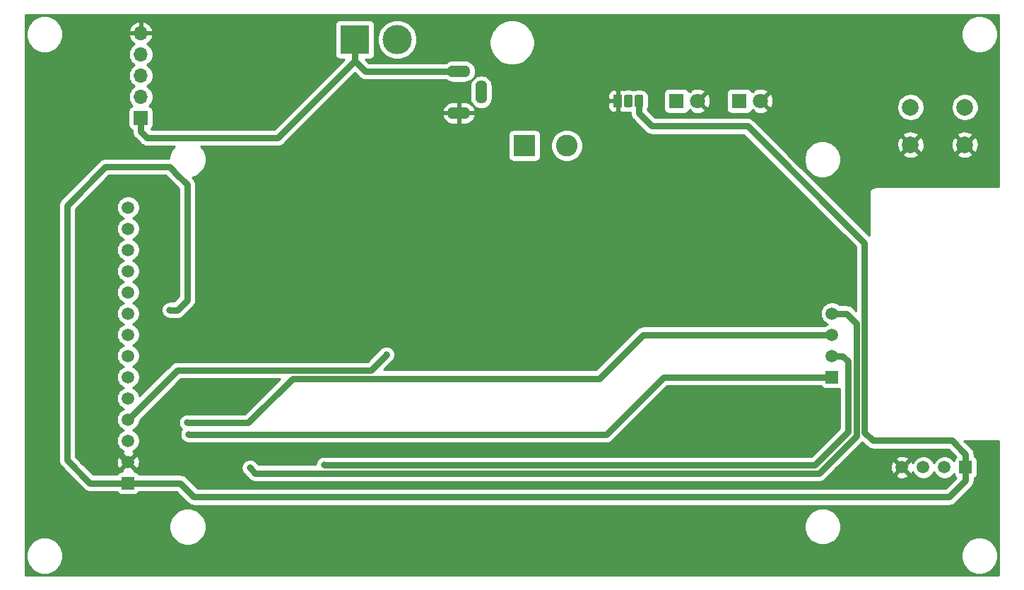
<source format=gbr>
G04 #@! TF.GenerationSoftware,KiCad,Pcbnew,5.1.5+dfsg1-2build2*
G04 #@! TF.CreationDate,2021-09-10T16:14:55+02:00*
G04 #@! TF.ProjectId,cronotempNuevo,63726f6e-6f74-4656-9d70-4e7565766f2e,rev?*
G04 #@! TF.SameCoordinates,Original*
G04 #@! TF.FileFunction,Copper,L2,Bot*
G04 #@! TF.FilePolarity,Positive*
%FSLAX46Y46*%
G04 Gerber Fmt 4.6, Leading zero omitted, Abs format (unit mm)*
G04 Created by KiCad (PCBNEW 5.1.5+dfsg1-2build2) date 2021-09-10 16:14:55*
%MOMM*%
%LPD*%
G04 APERTURE LIST*
%ADD10C,1.500000*%
%ADD11R,1.500000X1.500000*%
%ADD12R,1.524000X1.524000*%
%ADD13C,1.800000*%
%ADD14R,1.800000X1.800000*%
%ADD15R,1.700000X1.700000*%
%ADD16O,1.700000X1.700000*%
%ADD17O,2.800000X1.400000*%
%ADD18O,1.400000X2.800000*%
%ADD19C,2.600000*%
%ADD20R,2.600000X2.600000*%
%ADD21C,3.500120*%
%ADD22R,3.500120X3.500120*%
%ADD23C,2.000000*%
%ADD24C,0.100000*%
%ADD25R,1.050000X1.500000*%
%ADD26C,0.800000*%
%ADD27C,0.800000*%
%ADD28C,0.254000*%
G04 APERTURE END LIST*
D10*
X147328000Y-136470000D03*
X147328000Y-139010000D03*
X147328000Y-141550000D03*
D11*
X147300000Y-144090000D03*
D10*
X63000000Y-123770000D03*
X63000000Y-126310000D03*
X63000000Y-128850000D03*
X63000000Y-131390000D03*
X63000000Y-133930000D03*
X63000000Y-136470000D03*
X63000000Y-139010000D03*
X63000000Y-141550000D03*
X63000000Y-144090000D03*
X63000000Y-146630000D03*
X63000000Y-149170000D03*
X63000000Y-151710000D03*
X63000000Y-154250000D03*
D12*
X63000000Y-156790000D03*
D13*
X131240000Y-111000000D03*
D14*
X128700000Y-111000000D03*
D15*
X64516000Y-113030000D03*
D16*
X64516000Y-110490000D03*
X64516000Y-107950000D03*
X64516000Y-105410000D03*
X64516000Y-102870000D03*
D17*
X102616000Y-112442000D03*
X102616000Y-107442000D03*
D18*
X105316000Y-109942000D03*
D19*
X115570000Y-116332000D03*
D20*
X110490000Y-116332000D03*
D21*
X95250000Y-103632000D03*
D22*
X90170000Y-103632000D03*
D13*
X138770000Y-111000000D03*
D14*
X136230000Y-111000000D03*
D23*
X156750000Y-111740000D03*
X156750000Y-116240000D03*
X163250000Y-111740000D03*
X163250000Y-116240000D03*
D11*
X163350000Y-154900000D03*
D10*
X160810000Y-154900000D03*
X158270000Y-154900000D03*
X155730000Y-154900000D03*
G04 #@! TA.AperFunction,ComponentPad*
D24*
G36*
X123232229Y-110251264D02*
G01*
X123257711Y-110255044D01*
X123282700Y-110261303D01*
X123306954Y-110269982D01*
X123330242Y-110280996D01*
X123352337Y-110294239D01*
X123373028Y-110309585D01*
X123392116Y-110326884D01*
X123409415Y-110345972D01*
X123424761Y-110366663D01*
X123438004Y-110388758D01*
X123449018Y-110412046D01*
X123457697Y-110436300D01*
X123463956Y-110461289D01*
X123467736Y-110486771D01*
X123469000Y-110512500D01*
X123469000Y-111487500D01*
X123467736Y-111513229D01*
X123463956Y-111538711D01*
X123457697Y-111563700D01*
X123449018Y-111587954D01*
X123438004Y-111611242D01*
X123424761Y-111633337D01*
X123409415Y-111654028D01*
X123392116Y-111673116D01*
X123373028Y-111690415D01*
X123352337Y-111705761D01*
X123330242Y-111719004D01*
X123306954Y-111730018D01*
X123282700Y-111738697D01*
X123257711Y-111744956D01*
X123232229Y-111748736D01*
X123206500Y-111750000D01*
X122681500Y-111750000D01*
X122655771Y-111748736D01*
X122630289Y-111744956D01*
X122605300Y-111738697D01*
X122581046Y-111730018D01*
X122557758Y-111719004D01*
X122535663Y-111705761D01*
X122514972Y-111690415D01*
X122495884Y-111673116D01*
X122478585Y-111654028D01*
X122463239Y-111633337D01*
X122449996Y-111611242D01*
X122438982Y-111587954D01*
X122430303Y-111563700D01*
X122424044Y-111538711D01*
X122420264Y-111513229D01*
X122419000Y-111487500D01*
X122419000Y-110512500D01*
X122420264Y-110486771D01*
X122424044Y-110461289D01*
X122430303Y-110436300D01*
X122438982Y-110412046D01*
X122449996Y-110388758D01*
X122463239Y-110366663D01*
X122478585Y-110345972D01*
X122495884Y-110326884D01*
X122514972Y-110309585D01*
X122535663Y-110294239D01*
X122557758Y-110280996D01*
X122581046Y-110269982D01*
X122605300Y-110261303D01*
X122630289Y-110255044D01*
X122655771Y-110251264D01*
X122681500Y-110250000D01*
X123206500Y-110250000D01*
X123232229Y-110251264D01*
G37*
G04 #@! TD.AperFunction*
G04 #@! TA.AperFunction,ComponentPad*
G36*
X124502229Y-110251264D02*
G01*
X124527711Y-110255044D01*
X124552700Y-110261303D01*
X124576954Y-110269982D01*
X124600242Y-110280996D01*
X124622337Y-110294239D01*
X124643028Y-110309585D01*
X124662116Y-110326884D01*
X124679415Y-110345972D01*
X124694761Y-110366663D01*
X124708004Y-110388758D01*
X124719018Y-110412046D01*
X124727697Y-110436300D01*
X124733956Y-110461289D01*
X124737736Y-110486771D01*
X124739000Y-110512500D01*
X124739000Y-111487500D01*
X124737736Y-111513229D01*
X124733956Y-111538711D01*
X124727697Y-111563700D01*
X124719018Y-111587954D01*
X124708004Y-111611242D01*
X124694761Y-111633337D01*
X124679415Y-111654028D01*
X124662116Y-111673116D01*
X124643028Y-111690415D01*
X124622337Y-111705761D01*
X124600242Y-111719004D01*
X124576954Y-111730018D01*
X124552700Y-111738697D01*
X124527711Y-111744956D01*
X124502229Y-111748736D01*
X124476500Y-111750000D01*
X123951500Y-111750000D01*
X123925771Y-111748736D01*
X123900289Y-111744956D01*
X123875300Y-111738697D01*
X123851046Y-111730018D01*
X123827758Y-111719004D01*
X123805663Y-111705761D01*
X123784972Y-111690415D01*
X123765884Y-111673116D01*
X123748585Y-111654028D01*
X123733239Y-111633337D01*
X123719996Y-111611242D01*
X123708982Y-111587954D01*
X123700303Y-111563700D01*
X123694044Y-111538711D01*
X123690264Y-111513229D01*
X123689000Y-111487500D01*
X123689000Y-110512500D01*
X123690264Y-110486771D01*
X123694044Y-110461289D01*
X123700303Y-110436300D01*
X123708982Y-110412046D01*
X123719996Y-110388758D01*
X123733239Y-110366663D01*
X123748585Y-110345972D01*
X123765884Y-110326884D01*
X123784972Y-110309585D01*
X123805663Y-110294239D01*
X123827758Y-110280996D01*
X123851046Y-110269982D01*
X123875300Y-110261303D01*
X123900289Y-110255044D01*
X123925771Y-110251264D01*
X123951500Y-110250000D01*
X124476500Y-110250000D01*
X124502229Y-110251264D01*
G37*
G04 #@! TD.AperFunction*
D25*
X121674000Y-111000000D03*
D26*
X68387500Y-134162500D03*
X68012500Y-136037500D03*
X70100000Y-149550000D03*
X70250000Y-150950000D03*
X77605000Y-154950000D03*
X86495000Y-154600000D03*
X93950000Y-141400000D03*
D27*
X90170000Y-106182060D02*
X90170000Y-103632000D01*
X91429940Y-107442000D02*
X90170000Y-106182060D01*
X102616000Y-107442000D02*
X91429940Y-107442000D01*
X90170000Y-106182060D02*
X80952060Y-115400000D01*
X64516000Y-114680000D02*
X64516000Y-113030000D01*
X65236000Y-115400000D02*
X64516000Y-114680000D01*
X80952060Y-115400000D02*
X65236000Y-115400000D01*
X68387500Y-134162500D02*
X68387500Y-122637500D01*
X68387500Y-122637500D02*
X66950000Y-121200000D01*
X66950000Y-121200000D02*
X61700000Y-121200000D01*
X61700000Y-121200000D02*
X59700000Y-123200000D01*
X59700000Y-150950000D02*
X63000000Y-154250000D01*
X59700000Y-123200000D02*
X59700000Y-150950000D01*
X152220402Y-151675010D02*
X151250000Y-150704608D01*
X161675010Y-151675010D02*
X152220402Y-151675010D01*
X163350000Y-153350000D02*
X161675010Y-151675010D01*
X163350000Y-154900000D02*
X163350000Y-153350000D01*
X151250000Y-150704608D02*
X151250000Y-128050000D01*
X151250000Y-128050000D02*
X137200000Y-114000000D01*
X137200000Y-114000000D02*
X125750000Y-114000000D01*
X124214000Y-112464000D02*
X124214000Y-111000000D01*
X125750000Y-114000000D02*
X124214000Y-112464000D01*
X163350000Y-156450000D02*
X161350000Y-158450000D01*
X163350000Y-154900000D02*
X163350000Y-156450000D01*
X161350000Y-158450000D02*
X70900000Y-158450000D01*
X69240000Y-156790000D02*
X63000000Y-156790000D01*
X70900000Y-158450000D02*
X69240000Y-156790000D01*
X68912500Y-136037500D02*
X68012500Y-136037500D01*
X70100000Y-121040311D02*
X70100000Y-134850000D01*
X68770311Y-119710622D02*
X70100000Y-121040311D01*
X68337998Y-119243548D02*
X68770311Y-119710622D01*
X67994450Y-118900000D02*
X68337998Y-119243548D01*
X60300000Y-118900000D02*
X67994450Y-118900000D01*
X55700000Y-123500000D02*
X60300000Y-118900000D01*
X55700000Y-154050000D02*
X55700000Y-123500000D01*
X70100000Y-134850000D02*
X68912500Y-136037500D01*
X58440000Y-156790000D02*
X55700000Y-154050000D01*
X63000000Y-156790000D02*
X58440000Y-156790000D01*
X70100000Y-149550000D02*
X77400010Y-149550000D01*
X82700000Y-144250010D02*
X119499990Y-144250010D01*
X77400010Y-149550000D02*
X82700000Y-144250010D01*
X124740000Y-139010000D02*
X147328000Y-139010000D01*
X119499990Y-144250010D02*
X124740000Y-139010000D01*
X70250000Y-150950000D02*
X120300000Y-150950000D01*
X127160000Y-144090000D02*
X147300000Y-144090000D01*
X120300000Y-150950000D02*
X127160000Y-144090000D01*
X149070000Y-136470000D02*
X147328000Y-136470000D01*
X150249990Y-137649990D02*
X149070000Y-136470000D01*
X150249990Y-151118825D02*
X150249990Y-137649990D01*
X145768814Y-155600001D02*
X150249990Y-151118825D01*
X78255001Y-155600001D02*
X145768814Y-155600001D01*
X77605000Y-154950000D02*
X78255001Y-155600001D01*
X148600000Y-141550000D02*
X147328000Y-141550000D01*
X149249980Y-142199980D02*
X148600000Y-141550000D01*
X149249980Y-150650020D02*
X149249980Y-142199980D01*
X145300000Y-154600000D02*
X149249980Y-150650020D01*
X86495000Y-154600000D02*
X145300000Y-154600000D01*
X63000000Y-149170000D02*
X68920000Y-143250000D01*
X68920000Y-143250000D02*
X92100000Y-143250000D01*
X92100000Y-143250000D02*
X93950000Y-141400000D01*
D28*
G36*
X167290001Y-121290000D02*
G01*
X152534877Y-121290000D01*
X152500000Y-121286565D01*
X152465123Y-121290000D01*
X152360816Y-121300273D01*
X152226980Y-121340872D01*
X152103637Y-121406800D01*
X151995525Y-121495525D01*
X151906800Y-121603637D01*
X151840872Y-121726980D01*
X151800273Y-121860816D01*
X151786565Y-122000000D01*
X151790000Y-122034877D01*
X151790000Y-127126289D01*
X142435133Y-117771422D01*
X143970738Y-117771422D01*
X143970738Y-118208578D01*
X144056023Y-118637335D01*
X144223316Y-119041215D01*
X144466187Y-119404697D01*
X144775303Y-119713813D01*
X145138785Y-119956684D01*
X145542665Y-120123977D01*
X145971422Y-120209262D01*
X146408578Y-120209262D01*
X146837335Y-120123977D01*
X147241215Y-119956684D01*
X147604697Y-119713813D01*
X147913813Y-119404697D01*
X148156684Y-119041215D01*
X148323977Y-118637335D01*
X148409262Y-118208578D01*
X148409262Y-117771422D01*
X148330491Y-117375413D01*
X155794192Y-117375413D01*
X155889956Y-117639814D01*
X156179571Y-117780704D01*
X156491108Y-117862384D01*
X156812595Y-117881718D01*
X157131675Y-117837961D01*
X157436088Y-117732795D01*
X157610044Y-117639814D01*
X157705808Y-117375413D01*
X162294192Y-117375413D01*
X162389956Y-117639814D01*
X162679571Y-117780704D01*
X162991108Y-117862384D01*
X163312595Y-117881718D01*
X163631675Y-117837961D01*
X163936088Y-117732795D01*
X164110044Y-117639814D01*
X164205808Y-117375413D01*
X163250000Y-116419605D01*
X162294192Y-117375413D01*
X157705808Y-117375413D01*
X156750000Y-116419605D01*
X155794192Y-117375413D01*
X148330491Y-117375413D01*
X148323977Y-117342665D01*
X148156684Y-116938785D01*
X147913813Y-116575303D01*
X147641105Y-116302595D01*
X155108282Y-116302595D01*
X155152039Y-116621675D01*
X155257205Y-116926088D01*
X155350186Y-117100044D01*
X155614587Y-117195808D01*
X156570395Y-116240000D01*
X156929605Y-116240000D01*
X157885413Y-117195808D01*
X158149814Y-117100044D01*
X158290704Y-116810429D01*
X158372384Y-116498892D01*
X158384189Y-116302595D01*
X161608282Y-116302595D01*
X161652039Y-116621675D01*
X161757205Y-116926088D01*
X161850186Y-117100044D01*
X162114587Y-117195808D01*
X163070395Y-116240000D01*
X163429605Y-116240000D01*
X164385413Y-117195808D01*
X164649814Y-117100044D01*
X164790704Y-116810429D01*
X164872384Y-116498892D01*
X164891718Y-116177405D01*
X164847961Y-115858325D01*
X164742795Y-115553912D01*
X164649814Y-115379956D01*
X164385413Y-115284192D01*
X163429605Y-116240000D01*
X163070395Y-116240000D01*
X162114587Y-115284192D01*
X161850186Y-115379956D01*
X161709296Y-115669571D01*
X161627616Y-115981108D01*
X161608282Y-116302595D01*
X158384189Y-116302595D01*
X158391718Y-116177405D01*
X158347961Y-115858325D01*
X158242795Y-115553912D01*
X158149814Y-115379956D01*
X157885413Y-115284192D01*
X156929605Y-116240000D01*
X156570395Y-116240000D01*
X155614587Y-115284192D01*
X155350186Y-115379956D01*
X155209296Y-115669571D01*
X155127616Y-115981108D01*
X155108282Y-116302595D01*
X147641105Y-116302595D01*
X147604697Y-116266187D01*
X147241215Y-116023316D01*
X146837335Y-115856023D01*
X146408578Y-115770738D01*
X145971422Y-115770738D01*
X145542665Y-115856023D01*
X145138785Y-116023316D01*
X144775303Y-116266187D01*
X144466187Y-116575303D01*
X144223316Y-116938785D01*
X144056023Y-117342665D01*
X143970738Y-117771422D01*
X142435133Y-117771422D01*
X139768298Y-115104587D01*
X155794192Y-115104587D01*
X156750000Y-116060395D01*
X157705808Y-115104587D01*
X162294192Y-115104587D01*
X163250000Y-116060395D01*
X164205808Y-115104587D01*
X164110044Y-114840186D01*
X163820429Y-114699296D01*
X163508892Y-114617616D01*
X163187405Y-114598282D01*
X162868325Y-114642039D01*
X162563912Y-114747205D01*
X162389956Y-114840186D01*
X162294192Y-115104587D01*
X157705808Y-115104587D01*
X157610044Y-114840186D01*
X157320429Y-114699296D01*
X157008892Y-114617616D01*
X156687405Y-114598282D01*
X156368325Y-114642039D01*
X156063912Y-114747205D01*
X155889956Y-114840186D01*
X155794192Y-115104587D01*
X139768298Y-115104587D01*
X137967807Y-113304097D01*
X137935396Y-113264604D01*
X137777797Y-113135266D01*
X137597993Y-113039159D01*
X137402895Y-112979976D01*
X137250838Y-112965000D01*
X137250828Y-112965000D01*
X137200000Y-112959994D01*
X137149172Y-112965000D01*
X126178711Y-112965000D01*
X125249000Y-112035290D01*
X125249000Y-111943488D01*
X125308520Y-111832134D01*
X125359768Y-111663193D01*
X125377072Y-111487500D01*
X125377072Y-110512500D01*
X125359768Y-110336807D01*
X125308520Y-110167866D01*
X125272245Y-110100000D01*
X127161928Y-110100000D01*
X127161928Y-111900000D01*
X127174188Y-112024482D01*
X127210498Y-112144180D01*
X127269463Y-112254494D01*
X127348815Y-112351185D01*
X127445506Y-112430537D01*
X127555820Y-112489502D01*
X127675518Y-112525812D01*
X127800000Y-112538072D01*
X129600000Y-112538072D01*
X129724482Y-112525812D01*
X129844180Y-112489502D01*
X129954494Y-112430537D01*
X130051185Y-112351185D01*
X130130537Y-112254494D01*
X130189502Y-112144180D01*
X130192813Y-112133265D01*
X130239578Y-112180030D01*
X130355526Y-112064082D01*
X130439208Y-112318261D01*
X130711775Y-112449158D01*
X131004642Y-112524365D01*
X131306553Y-112540991D01*
X131605907Y-112498397D01*
X131891199Y-112398222D01*
X132040792Y-112318261D01*
X132124475Y-112064080D01*
X131240000Y-111179605D01*
X131225858Y-111193748D01*
X131046253Y-111014143D01*
X131060395Y-111000000D01*
X131419605Y-111000000D01*
X132304080Y-111884475D01*
X132558261Y-111800792D01*
X132689158Y-111528225D01*
X132764365Y-111235358D01*
X132780991Y-110933447D01*
X132738397Y-110634093D01*
X132638222Y-110348801D01*
X132558261Y-110199208D01*
X132304080Y-110115525D01*
X131419605Y-111000000D01*
X131060395Y-111000000D01*
X131046253Y-110985858D01*
X131225858Y-110806253D01*
X131240000Y-110820395D01*
X131960395Y-110100000D01*
X134691928Y-110100000D01*
X134691928Y-111900000D01*
X134704188Y-112024482D01*
X134740498Y-112144180D01*
X134799463Y-112254494D01*
X134878815Y-112351185D01*
X134975506Y-112430537D01*
X135085820Y-112489502D01*
X135205518Y-112525812D01*
X135330000Y-112538072D01*
X137130000Y-112538072D01*
X137254482Y-112525812D01*
X137374180Y-112489502D01*
X137484494Y-112430537D01*
X137581185Y-112351185D01*
X137660537Y-112254494D01*
X137719502Y-112144180D01*
X137722813Y-112133265D01*
X137769578Y-112180030D01*
X137885526Y-112064082D01*
X137969208Y-112318261D01*
X138241775Y-112449158D01*
X138534642Y-112524365D01*
X138836553Y-112540991D01*
X139135907Y-112498397D01*
X139421199Y-112398222D01*
X139570792Y-112318261D01*
X139654475Y-112064080D01*
X138770000Y-111179605D01*
X138755858Y-111193748D01*
X138576253Y-111014143D01*
X138590395Y-111000000D01*
X138949605Y-111000000D01*
X139834080Y-111884475D01*
X140088261Y-111800792D01*
X140194789Y-111578967D01*
X155115000Y-111578967D01*
X155115000Y-111901033D01*
X155177832Y-112216912D01*
X155301082Y-112514463D01*
X155480013Y-112782252D01*
X155707748Y-113009987D01*
X155975537Y-113188918D01*
X156273088Y-113312168D01*
X156588967Y-113375000D01*
X156911033Y-113375000D01*
X157226912Y-113312168D01*
X157524463Y-113188918D01*
X157792252Y-113009987D01*
X158019987Y-112782252D01*
X158198918Y-112514463D01*
X158322168Y-112216912D01*
X158385000Y-111901033D01*
X158385000Y-111578967D01*
X161615000Y-111578967D01*
X161615000Y-111901033D01*
X161677832Y-112216912D01*
X161801082Y-112514463D01*
X161980013Y-112782252D01*
X162207748Y-113009987D01*
X162475537Y-113188918D01*
X162773088Y-113312168D01*
X163088967Y-113375000D01*
X163411033Y-113375000D01*
X163726912Y-113312168D01*
X164024463Y-113188918D01*
X164292252Y-113009987D01*
X164519987Y-112782252D01*
X164698918Y-112514463D01*
X164822168Y-112216912D01*
X164885000Y-111901033D01*
X164885000Y-111578967D01*
X164822168Y-111263088D01*
X164698918Y-110965537D01*
X164519987Y-110697748D01*
X164292252Y-110470013D01*
X164024463Y-110291082D01*
X163726912Y-110167832D01*
X163411033Y-110105000D01*
X163088967Y-110105000D01*
X162773088Y-110167832D01*
X162475537Y-110291082D01*
X162207748Y-110470013D01*
X161980013Y-110697748D01*
X161801082Y-110965537D01*
X161677832Y-111263088D01*
X161615000Y-111578967D01*
X158385000Y-111578967D01*
X158322168Y-111263088D01*
X158198918Y-110965537D01*
X158019987Y-110697748D01*
X157792252Y-110470013D01*
X157524463Y-110291082D01*
X157226912Y-110167832D01*
X156911033Y-110105000D01*
X156588967Y-110105000D01*
X156273088Y-110167832D01*
X155975537Y-110291082D01*
X155707748Y-110470013D01*
X155480013Y-110697748D01*
X155301082Y-110965537D01*
X155177832Y-111263088D01*
X155115000Y-111578967D01*
X140194789Y-111578967D01*
X140219158Y-111528225D01*
X140294365Y-111235358D01*
X140310991Y-110933447D01*
X140268397Y-110634093D01*
X140168222Y-110348801D01*
X140088261Y-110199208D01*
X139834080Y-110115525D01*
X138949605Y-111000000D01*
X138590395Y-111000000D01*
X138576253Y-110985858D01*
X138755858Y-110806253D01*
X138770000Y-110820395D01*
X139654475Y-109935920D01*
X139570792Y-109681739D01*
X139298225Y-109550842D01*
X139005358Y-109475635D01*
X138703447Y-109459009D01*
X138404093Y-109501603D01*
X138118801Y-109601778D01*
X137969208Y-109681739D01*
X137885526Y-109935918D01*
X137769578Y-109819970D01*
X137722813Y-109866735D01*
X137719502Y-109855820D01*
X137660537Y-109745506D01*
X137581185Y-109648815D01*
X137484494Y-109569463D01*
X137374180Y-109510498D01*
X137254482Y-109474188D01*
X137130000Y-109461928D01*
X135330000Y-109461928D01*
X135205518Y-109474188D01*
X135085820Y-109510498D01*
X134975506Y-109569463D01*
X134878815Y-109648815D01*
X134799463Y-109745506D01*
X134740498Y-109855820D01*
X134704188Y-109975518D01*
X134691928Y-110100000D01*
X131960395Y-110100000D01*
X132124475Y-109935920D01*
X132040792Y-109681739D01*
X131768225Y-109550842D01*
X131475358Y-109475635D01*
X131173447Y-109459009D01*
X130874093Y-109501603D01*
X130588801Y-109601778D01*
X130439208Y-109681739D01*
X130355526Y-109935918D01*
X130239578Y-109819970D01*
X130192813Y-109866735D01*
X130189502Y-109855820D01*
X130130537Y-109745506D01*
X130051185Y-109648815D01*
X129954494Y-109569463D01*
X129844180Y-109510498D01*
X129724482Y-109474188D01*
X129600000Y-109461928D01*
X127800000Y-109461928D01*
X127675518Y-109474188D01*
X127555820Y-109510498D01*
X127445506Y-109569463D01*
X127348815Y-109648815D01*
X127269463Y-109745506D01*
X127210498Y-109855820D01*
X127174188Y-109975518D01*
X127161928Y-110100000D01*
X125272245Y-110100000D01*
X125225298Y-110012169D01*
X125113301Y-109875699D01*
X124976831Y-109763702D01*
X124821134Y-109680480D01*
X124652193Y-109629232D01*
X124476500Y-109611928D01*
X123951500Y-109611928D01*
X123775807Y-109629232D01*
X123606866Y-109680480D01*
X123579000Y-109695375D01*
X123551134Y-109680480D01*
X123382193Y-109629232D01*
X123206500Y-109611928D01*
X122681500Y-109611928D01*
X122505807Y-109629232D01*
X122422959Y-109654364D01*
X122323482Y-109624188D01*
X122199000Y-109611928D01*
X121959750Y-109615000D01*
X121801000Y-109773750D01*
X121801000Y-110327682D01*
X121798232Y-110336807D01*
X121780928Y-110512500D01*
X121780928Y-111487500D01*
X121798232Y-111663193D01*
X121801000Y-111672318D01*
X121801000Y-112226250D01*
X121959750Y-112385000D01*
X122199000Y-112388072D01*
X122323482Y-112375812D01*
X122422959Y-112345636D01*
X122505807Y-112370768D01*
X122681500Y-112388072D01*
X123179000Y-112388072D01*
X123179000Y-112413172D01*
X123173994Y-112464000D01*
X123179000Y-112514828D01*
X123179000Y-112514837D01*
X123193976Y-112666894D01*
X123253159Y-112861992D01*
X123349266Y-113041797D01*
X123478604Y-113199396D01*
X123518097Y-113231807D01*
X124982196Y-114695907D01*
X125014604Y-114735396D01*
X125054092Y-114767803D01*
X125172202Y-114864734D01*
X125252246Y-114907518D01*
X125352007Y-114960841D01*
X125547105Y-115020024D01*
X125699162Y-115035000D01*
X125699171Y-115035000D01*
X125749999Y-115040006D01*
X125800827Y-115035000D01*
X136771290Y-115035000D01*
X150215001Y-128478712D01*
X150215001Y-136151290D01*
X149837807Y-135774097D01*
X149805396Y-135734604D01*
X149647797Y-135605266D01*
X149467993Y-135509159D01*
X149272895Y-135449976D01*
X149120838Y-135435000D01*
X149120828Y-135435000D01*
X149070000Y-135429994D01*
X149019172Y-135435000D01*
X148251685Y-135435000D01*
X148210886Y-135394201D01*
X147984043Y-135242629D01*
X147731989Y-135138225D01*
X147464411Y-135085000D01*
X147191589Y-135085000D01*
X146924011Y-135138225D01*
X146671957Y-135242629D01*
X146445114Y-135394201D01*
X146252201Y-135587114D01*
X146100629Y-135813957D01*
X145996225Y-136066011D01*
X145943000Y-136333589D01*
X145943000Y-136606411D01*
X145996225Y-136873989D01*
X146100629Y-137126043D01*
X146252201Y-137352886D01*
X146445114Y-137545799D01*
X146671957Y-137697371D01*
X146774873Y-137740000D01*
X146671957Y-137782629D01*
X146445114Y-137934201D01*
X146404315Y-137975000D01*
X124790827Y-137975000D01*
X124739999Y-137969994D01*
X124689171Y-137975000D01*
X124689162Y-137975000D01*
X124537105Y-137989976D01*
X124342007Y-138049159D01*
X124258309Y-138093896D01*
X124162202Y-138145266D01*
X124061651Y-138227787D01*
X124004604Y-138274604D01*
X123972197Y-138314092D01*
X119071280Y-143215010D01*
X93598700Y-143215010D01*
X94717803Y-142095908D01*
X94753937Y-142059774D01*
X94782325Y-142017288D01*
X94814734Y-141977798D01*
X94838816Y-141932744D01*
X94867205Y-141890256D01*
X94886762Y-141843041D01*
X94910840Y-141797994D01*
X94925666Y-141749119D01*
X94945226Y-141701898D01*
X94955197Y-141651771D01*
X94970023Y-141602896D01*
X94975029Y-141552066D01*
X94985000Y-141501939D01*
X94985000Y-141450829D01*
X94990006Y-141400001D01*
X94985000Y-141349173D01*
X94985000Y-141298061D01*
X94975029Y-141247933D01*
X94970023Y-141197105D01*
X94955197Y-141148232D01*
X94945226Y-141098102D01*
X94925665Y-141050878D01*
X94910840Y-141002007D01*
X94886764Y-140956964D01*
X94867205Y-140909744D01*
X94838813Y-140867252D01*
X94814734Y-140822203D01*
X94782330Y-140782719D01*
X94753937Y-140740226D01*
X94717795Y-140704084D01*
X94685395Y-140664605D01*
X94645916Y-140632205D01*
X94609774Y-140596063D01*
X94567281Y-140567670D01*
X94527797Y-140535266D01*
X94482748Y-140511187D01*
X94440256Y-140482795D01*
X94393036Y-140463236D01*
X94347993Y-140439160D01*
X94299122Y-140424335D01*
X94251898Y-140404774D01*
X94201768Y-140394803D01*
X94152895Y-140379977D01*
X94102067Y-140374971D01*
X94051939Y-140365000D01*
X94000827Y-140365000D01*
X93949999Y-140359994D01*
X93899171Y-140365000D01*
X93848061Y-140365000D01*
X93797934Y-140374971D01*
X93747104Y-140379977D01*
X93698229Y-140394803D01*
X93648102Y-140404774D01*
X93600881Y-140424334D01*
X93552006Y-140439160D01*
X93506959Y-140463238D01*
X93459744Y-140482795D01*
X93417256Y-140511184D01*
X93372202Y-140535266D01*
X93332712Y-140567675D01*
X93290226Y-140596063D01*
X93254092Y-140632197D01*
X91671290Y-142215000D01*
X68970827Y-142215000D01*
X68919999Y-142209994D01*
X68869171Y-142215000D01*
X68869162Y-142215000D01*
X68717105Y-142229976D01*
X68522007Y-142289159D01*
X68438309Y-142333896D01*
X68342202Y-142385266D01*
X68224092Y-142482197D01*
X68184604Y-142514604D01*
X68152197Y-142554092D01*
X64356414Y-146349876D01*
X64331775Y-146226011D01*
X64227371Y-145973957D01*
X64075799Y-145747114D01*
X63882886Y-145554201D01*
X63656043Y-145402629D01*
X63553127Y-145360000D01*
X63656043Y-145317371D01*
X63882886Y-145165799D01*
X64075799Y-144972886D01*
X64227371Y-144746043D01*
X64331775Y-144493989D01*
X64385000Y-144226411D01*
X64385000Y-143953589D01*
X64331775Y-143686011D01*
X64227371Y-143433957D01*
X64075799Y-143207114D01*
X63882886Y-143014201D01*
X63656043Y-142862629D01*
X63553127Y-142820000D01*
X63656043Y-142777371D01*
X63882886Y-142625799D01*
X64075799Y-142432886D01*
X64227371Y-142206043D01*
X64331775Y-141953989D01*
X64385000Y-141686411D01*
X64385000Y-141413589D01*
X64331775Y-141146011D01*
X64227371Y-140893957D01*
X64075799Y-140667114D01*
X63882886Y-140474201D01*
X63656043Y-140322629D01*
X63553127Y-140280000D01*
X63656043Y-140237371D01*
X63882886Y-140085799D01*
X64075799Y-139892886D01*
X64227371Y-139666043D01*
X64331775Y-139413989D01*
X64385000Y-139146411D01*
X64385000Y-138873589D01*
X64331775Y-138606011D01*
X64227371Y-138353957D01*
X64075799Y-138127114D01*
X63882886Y-137934201D01*
X63656043Y-137782629D01*
X63553127Y-137740000D01*
X63656043Y-137697371D01*
X63882886Y-137545799D01*
X64075799Y-137352886D01*
X64227371Y-137126043D01*
X64331775Y-136873989D01*
X64385000Y-136606411D01*
X64385000Y-136333589D01*
X64331775Y-136066011D01*
X64227371Y-135813957D01*
X64075799Y-135587114D01*
X63882886Y-135394201D01*
X63656043Y-135242629D01*
X63553127Y-135200000D01*
X63656043Y-135157371D01*
X63882886Y-135005799D01*
X64075799Y-134812886D01*
X64227371Y-134586043D01*
X64331775Y-134333989D01*
X64385000Y-134066411D01*
X64385000Y-133793589D01*
X64331775Y-133526011D01*
X64227371Y-133273957D01*
X64075799Y-133047114D01*
X63882886Y-132854201D01*
X63656043Y-132702629D01*
X63553127Y-132660000D01*
X63656043Y-132617371D01*
X63882886Y-132465799D01*
X64075799Y-132272886D01*
X64227371Y-132046043D01*
X64331775Y-131793989D01*
X64385000Y-131526411D01*
X64385000Y-131253589D01*
X64331775Y-130986011D01*
X64227371Y-130733957D01*
X64075799Y-130507114D01*
X63882886Y-130314201D01*
X63656043Y-130162629D01*
X63553127Y-130120000D01*
X63656043Y-130077371D01*
X63882886Y-129925799D01*
X64075799Y-129732886D01*
X64227371Y-129506043D01*
X64331775Y-129253989D01*
X64385000Y-128986411D01*
X64385000Y-128713589D01*
X64331775Y-128446011D01*
X64227371Y-128193957D01*
X64075799Y-127967114D01*
X63882886Y-127774201D01*
X63656043Y-127622629D01*
X63553127Y-127580000D01*
X63656043Y-127537371D01*
X63882886Y-127385799D01*
X64075799Y-127192886D01*
X64227371Y-126966043D01*
X64331775Y-126713989D01*
X64385000Y-126446411D01*
X64385000Y-126173589D01*
X64331775Y-125906011D01*
X64227371Y-125653957D01*
X64075799Y-125427114D01*
X63882886Y-125234201D01*
X63656043Y-125082629D01*
X63553127Y-125040000D01*
X63656043Y-124997371D01*
X63882886Y-124845799D01*
X64075799Y-124652886D01*
X64227371Y-124426043D01*
X64331775Y-124173989D01*
X64385000Y-123906411D01*
X64385000Y-123633589D01*
X64331775Y-123366011D01*
X64227371Y-123113957D01*
X64075799Y-122887114D01*
X63882886Y-122694201D01*
X63656043Y-122542629D01*
X63403989Y-122438225D01*
X63136411Y-122385000D01*
X62863589Y-122385000D01*
X62596011Y-122438225D01*
X62343957Y-122542629D01*
X62117114Y-122694201D01*
X61924201Y-122887114D01*
X61772629Y-123113957D01*
X61668225Y-123366011D01*
X61615000Y-123633589D01*
X61615000Y-123906411D01*
X61668225Y-124173989D01*
X61772629Y-124426043D01*
X61924201Y-124652886D01*
X62117114Y-124845799D01*
X62343957Y-124997371D01*
X62446873Y-125040000D01*
X62343957Y-125082629D01*
X62117114Y-125234201D01*
X61924201Y-125427114D01*
X61772629Y-125653957D01*
X61668225Y-125906011D01*
X61615000Y-126173589D01*
X61615000Y-126446411D01*
X61668225Y-126713989D01*
X61772629Y-126966043D01*
X61924201Y-127192886D01*
X62117114Y-127385799D01*
X62343957Y-127537371D01*
X62446873Y-127580000D01*
X62343957Y-127622629D01*
X62117114Y-127774201D01*
X61924201Y-127967114D01*
X61772629Y-128193957D01*
X61668225Y-128446011D01*
X61615000Y-128713589D01*
X61615000Y-128986411D01*
X61668225Y-129253989D01*
X61772629Y-129506043D01*
X61924201Y-129732886D01*
X62117114Y-129925799D01*
X62343957Y-130077371D01*
X62446873Y-130120000D01*
X62343957Y-130162629D01*
X62117114Y-130314201D01*
X61924201Y-130507114D01*
X61772629Y-130733957D01*
X61668225Y-130986011D01*
X61615000Y-131253589D01*
X61615000Y-131526411D01*
X61668225Y-131793989D01*
X61772629Y-132046043D01*
X61924201Y-132272886D01*
X62117114Y-132465799D01*
X62343957Y-132617371D01*
X62446873Y-132660000D01*
X62343957Y-132702629D01*
X62117114Y-132854201D01*
X61924201Y-133047114D01*
X61772629Y-133273957D01*
X61668225Y-133526011D01*
X61615000Y-133793589D01*
X61615000Y-134066411D01*
X61668225Y-134333989D01*
X61772629Y-134586043D01*
X61924201Y-134812886D01*
X62117114Y-135005799D01*
X62343957Y-135157371D01*
X62446873Y-135200000D01*
X62343957Y-135242629D01*
X62117114Y-135394201D01*
X61924201Y-135587114D01*
X61772629Y-135813957D01*
X61668225Y-136066011D01*
X61615000Y-136333589D01*
X61615000Y-136606411D01*
X61668225Y-136873989D01*
X61772629Y-137126043D01*
X61924201Y-137352886D01*
X62117114Y-137545799D01*
X62343957Y-137697371D01*
X62446873Y-137740000D01*
X62343957Y-137782629D01*
X62117114Y-137934201D01*
X61924201Y-138127114D01*
X61772629Y-138353957D01*
X61668225Y-138606011D01*
X61615000Y-138873589D01*
X61615000Y-139146411D01*
X61668225Y-139413989D01*
X61772629Y-139666043D01*
X61924201Y-139892886D01*
X62117114Y-140085799D01*
X62343957Y-140237371D01*
X62446873Y-140280000D01*
X62343957Y-140322629D01*
X62117114Y-140474201D01*
X61924201Y-140667114D01*
X61772629Y-140893957D01*
X61668225Y-141146011D01*
X61615000Y-141413589D01*
X61615000Y-141686411D01*
X61668225Y-141953989D01*
X61772629Y-142206043D01*
X61924201Y-142432886D01*
X62117114Y-142625799D01*
X62343957Y-142777371D01*
X62446873Y-142820000D01*
X62343957Y-142862629D01*
X62117114Y-143014201D01*
X61924201Y-143207114D01*
X61772629Y-143433957D01*
X61668225Y-143686011D01*
X61615000Y-143953589D01*
X61615000Y-144226411D01*
X61668225Y-144493989D01*
X61772629Y-144746043D01*
X61924201Y-144972886D01*
X62117114Y-145165799D01*
X62343957Y-145317371D01*
X62446873Y-145360000D01*
X62343957Y-145402629D01*
X62117114Y-145554201D01*
X61924201Y-145747114D01*
X61772629Y-145973957D01*
X61668225Y-146226011D01*
X61615000Y-146493589D01*
X61615000Y-146766411D01*
X61668225Y-147033989D01*
X61772629Y-147286043D01*
X61924201Y-147512886D01*
X62117114Y-147705799D01*
X62343957Y-147857371D01*
X62446873Y-147900000D01*
X62343957Y-147942629D01*
X62117114Y-148094201D01*
X61924201Y-148287114D01*
X61772629Y-148513957D01*
X61668225Y-148766011D01*
X61615000Y-149033589D01*
X61615000Y-149306411D01*
X61668225Y-149573989D01*
X61772629Y-149826043D01*
X61924201Y-150052886D01*
X62117114Y-150245799D01*
X62343957Y-150397371D01*
X62446873Y-150440000D01*
X62343957Y-150482629D01*
X62117114Y-150634201D01*
X61924201Y-150827114D01*
X61772629Y-151053957D01*
X61668225Y-151306011D01*
X61615000Y-151573589D01*
X61615000Y-151846411D01*
X61668225Y-152113989D01*
X61772629Y-152366043D01*
X61924201Y-152592886D01*
X62117114Y-152785799D01*
X62343957Y-152937371D01*
X62443279Y-152978511D01*
X62401168Y-152993723D01*
X62288137Y-153054140D01*
X62222612Y-153293007D01*
X63000000Y-154070395D01*
X63777388Y-153293007D01*
X63711863Y-153054140D01*
X63553523Y-152979836D01*
X63656043Y-152937371D01*
X63882886Y-152785799D01*
X64075799Y-152592886D01*
X64227371Y-152366043D01*
X64331775Y-152113989D01*
X64385000Y-151846411D01*
X64385000Y-151573589D01*
X64331775Y-151306011D01*
X64227371Y-151053957D01*
X64075799Y-150827114D01*
X63882886Y-150634201D01*
X63656043Y-150482629D01*
X63553127Y-150440000D01*
X63656043Y-150397371D01*
X63882886Y-150245799D01*
X64075799Y-150052886D01*
X64227371Y-149826043D01*
X64331775Y-149573989D01*
X64385000Y-149306411D01*
X64385000Y-149248710D01*
X69348711Y-144285000D01*
X81201299Y-144285000D01*
X76971300Y-148515000D01*
X69998061Y-148515000D01*
X69947943Y-148524969D01*
X69897105Y-148529976D01*
X69848223Y-148544804D01*
X69798102Y-148554774D01*
X69750887Y-148574331D01*
X69702007Y-148589159D01*
X69656958Y-148613238D01*
X69609744Y-148632795D01*
X69567254Y-148661186D01*
X69522203Y-148685266D01*
X69482716Y-148717672D01*
X69440226Y-148746063D01*
X69404092Y-148782197D01*
X69364604Y-148814604D01*
X69332197Y-148854092D01*
X69296063Y-148890226D01*
X69267672Y-148932716D01*
X69235266Y-148972203D01*
X69211186Y-149017254D01*
X69182795Y-149059744D01*
X69163238Y-149106958D01*
X69139159Y-149152007D01*
X69124331Y-149200887D01*
X69104774Y-149248102D01*
X69094804Y-149298223D01*
X69079976Y-149347105D01*
X69074969Y-149397943D01*
X69065000Y-149448061D01*
X69065000Y-149499162D01*
X69059993Y-149550000D01*
X69065000Y-149600838D01*
X69065000Y-149651939D01*
X69074969Y-149702057D01*
X69079976Y-149752895D01*
X69094804Y-149801777D01*
X69104774Y-149851898D01*
X69124331Y-149899113D01*
X69139159Y-149947993D01*
X69163238Y-149993042D01*
X69182795Y-150040256D01*
X69211186Y-150082746D01*
X69235266Y-150127797D01*
X69267672Y-150167284D01*
X69296063Y-150209774D01*
X69332197Y-150245908D01*
X69364604Y-150285396D01*
X69404092Y-150317803D01*
X69418206Y-150331917D01*
X69417672Y-150332716D01*
X69385266Y-150372203D01*
X69361186Y-150417254D01*
X69332795Y-150459744D01*
X69313238Y-150506958D01*
X69289159Y-150552007D01*
X69274331Y-150600887D01*
X69254774Y-150648102D01*
X69244804Y-150698223D01*
X69229976Y-150747105D01*
X69224969Y-150797943D01*
X69215000Y-150848061D01*
X69215000Y-150899162D01*
X69209993Y-150950000D01*
X69215000Y-151000838D01*
X69215000Y-151051939D01*
X69224969Y-151102057D01*
X69229976Y-151152895D01*
X69244804Y-151201777D01*
X69254774Y-151251898D01*
X69274331Y-151299113D01*
X69289159Y-151347993D01*
X69313238Y-151393042D01*
X69332795Y-151440256D01*
X69361186Y-151482746D01*
X69385266Y-151527797D01*
X69417672Y-151567284D01*
X69446063Y-151609774D01*
X69482197Y-151645908D01*
X69514604Y-151685396D01*
X69554092Y-151717803D01*
X69590226Y-151753937D01*
X69632716Y-151782328D01*
X69672203Y-151814734D01*
X69717254Y-151838814D01*
X69759744Y-151867205D01*
X69806958Y-151886762D01*
X69852007Y-151910841D01*
X69900887Y-151925669D01*
X69948102Y-151945226D01*
X69998223Y-151955196D01*
X70047105Y-151970024D01*
X70097943Y-151975031D01*
X70148061Y-151985000D01*
X120249172Y-151985000D01*
X120300000Y-151990006D01*
X120350828Y-151985000D01*
X120350838Y-151985000D01*
X120502895Y-151970024D01*
X120697993Y-151910841D01*
X120877797Y-151814734D01*
X121035396Y-151685396D01*
X121067807Y-151645903D01*
X127588711Y-145125000D01*
X145982317Y-145125000D01*
X146019463Y-145194494D01*
X146098815Y-145291185D01*
X146195506Y-145370537D01*
X146305820Y-145429502D01*
X146425518Y-145465812D01*
X146550000Y-145478072D01*
X148050000Y-145478072D01*
X148174482Y-145465812D01*
X148214981Y-145453527D01*
X148214980Y-150221309D01*
X144871290Y-153565000D01*
X86393061Y-153565000D01*
X86342943Y-153574969D01*
X86292105Y-153579976D01*
X86243223Y-153594804D01*
X86193102Y-153604774D01*
X86145887Y-153624331D01*
X86097007Y-153639159D01*
X86051958Y-153663238D01*
X86004744Y-153682795D01*
X85962254Y-153711186D01*
X85917203Y-153735266D01*
X85877716Y-153767672D01*
X85835226Y-153796063D01*
X85799092Y-153832197D01*
X85759604Y-153864604D01*
X85727197Y-153904092D01*
X85691063Y-153940226D01*
X85662672Y-153982716D01*
X85630266Y-154022203D01*
X85606186Y-154067254D01*
X85577795Y-154109744D01*
X85558238Y-154156958D01*
X85534159Y-154202007D01*
X85519331Y-154250887D01*
X85499774Y-154298102D01*
X85489804Y-154348223D01*
X85474976Y-154397105D01*
X85469969Y-154447943D01*
X85460000Y-154498061D01*
X85460000Y-154549162D01*
X85458440Y-154565001D01*
X78683711Y-154565001D01*
X78408939Y-154290229D01*
X78408937Y-154290226D01*
X78264774Y-154146063D01*
X78222283Y-154117671D01*
X78182797Y-154085266D01*
X78137748Y-154061187D01*
X78095256Y-154032795D01*
X78048036Y-154013236D01*
X78002993Y-153989160D01*
X77954122Y-153974335D01*
X77906898Y-153954774D01*
X77856768Y-153944803D01*
X77807895Y-153929977D01*
X77757067Y-153924971D01*
X77706939Y-153915000D01*
X77655828Y-153915000D01*
X77605000Y-153909994D01*
X77554172Y-153915000D01*
X77503061Y-153915000D01*
X77452933Y-153924971D01*
X77402105Y-153929977D01*
X77353232Y-153944803D01*
X77303102Y-153954774D01*
X77255878Y-153974335D01*
X77207007Y-153989160D01*
X77161964Y-154013236D01*
X77114744Y-154032795D01*
X77072252Y-154061187D01*
X77027203Y-154085266D01*
X76987716Y-154117672D01*
X76945226Y-154146063D01*
X76909092Y-154182197D01*
X76869604Y-154214604D01*
X76837197Y-154254092D01*
X76801063Y-154290226D01*
X76772672Y-154332716D01*
X76740266Y-154372203D01*
X76716187Y-154417252D01*
X76687795Y-154459744D01*
X76668236Y-154506964D01*
X76644160Y-154552007D01*
X76629335Y-154600878D01*
X76609774Y-154648102D01*
X76599803Y-154698232D01*
X76584977Y-154747105D01*
X76579971Y-154797933D01*
X76570000Y-154848061D01*
X76570000Y-154899172D01*
X76564994Y-154950000D01*
X76570000Y-155000828D01*
X76570000Y-155051939D01*
X76579971Y-155102067D01*
X76584977Y-155152895D01*
X76599803Y-155201768D01*
X76609774Y-155251898D01*
X76629335Y-155299122D01*
X76644160Y-155347993D01*
X76668236Y-155393036D01*
X76687795Y-155440256D01*
X76716187Y-155482748D01*
X76740266Y-155527797D01*
X76772671Y-155567283D01*
X76801063Y-155609774D01*
X76945226Y-155753937D01*
X76945229Y-155753939D01*
X77487194Y-156295904D01*
X77519605Y-156335397D01*
X77588585Y-156392007D01*
X77677203Y-156464735D01*
X77744748Y-156500838D01*
X77857008Y-156560842D01*
X78052106Y-156620025D01*
X78204163Y-156635001D01*
X78204172Y-156635001D01*
X78255000Y-156640007D01*
X78305828Y-156635001D01*
X145717986Y-156635001D01*
X145768814Y-156640007D01*
X145819642Y-156635001D01*
X145819652Y-156635001D01*
X145971709Y-156620025D01*
X146166807Y-156560842D01*
X146346611Y-156464735D01*
X146504210Y-156335397D01*
X146536621Y-156295904D01*
X146975532Y-155856993D01*
X154952612Y-155856993D01*
X155018137Y-156095860D01*
X155265116Y-156211760D01*
X155529960Y-156277250D01*
X155802492Y-156289812D01*
X156072238Y-156248965D01*
X156328832Y-156156277D01*
X156441863Y-156095860D01*
X156507388Y-155856993D01*
X155730000Y-155079605D01*
X154952612Y-155856993D01*
X146975532Y-155856993D01*
X147860033Y-154972492D01*
X154340188Y-154972492D01*
X154381035Y-155242238D01*
X154473723Y-155498832D01*
X154534140Y-155611863D01*
X154773007Y-155677388D01*
X155550395Y-154900000D01*
X154773007Y-154122612D01*
X154534140Y-154188137D01*
X154418240Y-154435116D01*
X154352750Y-154699960D01*
X154340188Y-154972492D01*
X147860033Y-154972492D01*
X148889518Y-153943007D01*
X154952612Y-153943007D01*
X155730000Y-154720395D01*
X156507388Y-153943007D01*
X156441863Y-153704140D01*
X156194884Y-153588240D01*
X155930040Y-153522750D01*
X155657508Y-153510188D01*
X155387762Y-153551035D01*
X155131168Y-153643723D01*
X155018137Y-153704140D01*
X154952612Y-153943007D01*
X148889518Y-153943007D01*
X150945898Y-151886628D01*
X150958207Y-151876526D01*
X151452598Y-152370917D01*
X151485006Y-152410406D01*
X151524494Y-152442813D01*
X151642604Y-152539744D01*
X151738711Y-152591114D01*
X151822409Y-152635851D01*
X152017507Y-152695034D01*
X152169564Y-152710010D01*
X152169567Y-152710010D01*
X152220402Y-152715017D01*
X152271237Y-152710010D01*
X161246300Y-152710010D01*
X162196209Y-153659920D01*
X162148815Y-153698815D01*
X162069463Y-153795506D01*
X162010498Y-153905820D01*
X161974188Y-154025518D01*
X161963555Y-154133483D01*
X161885799Y-154017114D01*
X161692886Y-153824201D01*
X161466043Y-153672629D01*
X161213989Y-153568225D01*
X160946411Y-153515000D01*
X160673589Y-153515000D01*
X160406011Y-153568225D01*
X160153957Y-153672629D01*
X159927114Y-153824201D01*
X159734201Y-154017114D01*
X159582629Y-154243957D01*
X159540000Y-154346873D01*
X159497371Y-154243957D01*
X159345799Y-154017114D01*
X159152886Y-153824201D01*
X158926043Y-153672629D01*
X158673989Y-153568225D01*
X158406411Y-153515000D01*
X158133589Y-153515000D01*
X157866011Y-153568225D01*
X157613957Y-153672629D01*
X157387114Y-153824201D01*
X157194201Y-154017114D01*
X157042629Y-154243957D01*
X157001489Y-154343279D01*
X156986277Y-154301168D01*
X156925860Y-154188137D01*
X156686993Y-154122612D01*
X155909605Y-154900000D01*
X156686993Y-155677388D01*
X156925860Y-155611863D01*
X157000164Y-155453523D01*
X157042629Y-155556043D01*
X157194201Y-155782886D01*
X157387114Y-155975799D01*
X157613957Y-156127371D01*
X157866011Y-156231775D01*
X158133589Y-156285000D01*
X158406411Y-156285000D01*
X158673989Y-156231775D01*
X158926043Y-156127371D01*
X159152886Y-155975799D01*
X159345799Y-155782886D01*
X159497371Y-155556043D01*
X159540000Y-155453127D01*
X159582629Y-155556043D01*
X159734201Y-155782886D01*
X159927114Y-155975799D01*
X160153957Y-156127371D01*
X160406011Y-156231775D01*
X160673589Y-156285000D01*
X160946411Y-156285000D01*
X161213989Y-156231775D01*
X161466043Y-156127371D01*
X161692886Y-155975799D01*
X161885799Y-155782886D01*
X161963555Y-155666517D01*
X161974188Y-155774482D01*
X162010498Y-155894180D01*
X162069463Y-156004494D01*
X162148815Y-156101185D01*
X162196209Y-156140080D01*
X160921290Y-157415000D01*
X71328711Y-157415000D01*
X70007807Y-156094097D01*
X69975396Y-156054604D01*
X69817797Y-155925266D01*
X69637993Y-155829159D01*
X69442895Y-155769976D01*
X69290838Y-155755000D01*
X69290828Y-155755000D01*
X69240000Y-155749994D01*
X69189172Y-155755000D01*
X64336097Y-155755000D01*
X64292537Y-155673506D01*
X64213185Y-155576815D01*
X64116494Y-155497463D01*
X64006180Y-155438498D01*
X63886482Y-155402188D01*
X63762000Y-155389928D01*
X63727206Y-155389928D01*
X63777388Y-155206993D01*
X63000000Y-154429605D01*
X62222612Y-155206993D01*
X62272794Y-155389928D01*
X62238000Y-155389928D01*
X62113518Y-155402188D01*
X61993820Y-155438498D01*
X61883506Y-155497463D01*
X61786815Y-155576815D01*
X61707463Y-155673506D01*
X61663903Y-155755000D01*
X58868711Y-155755000D01*
X57436203Y-154322492D01*
X61610188Y-154322492D01*
X61651035Y-154592238D01*
X61743723Y-154848832D01*
X61804140Y-154961863D01*
X62043007Y-155027388D01*
X62820395Y-154250000D01*
X63179605Y-154250000D01*
X63956993Y-155027388D01*
X64195860Y-154961863D01*
X64311760Y-154714884D01*
X64377250Y-154450040D01*
X64389812Y-154177508D01*
X64348965Y-153907762D01*
X64256277Y-153651168D01*
X64195860Y-153538137D01*
X63956993Y-153472612D01*
X63179605Y-154250000D01*
X62820395Y-154250000D01*
X62043007Y-153472612D01*
X61804140Y-153538137D01*
X61688240Y-153785116D01*
X61622750Y-154049960D01*
X61610188Y-154322492D01*
X57436203Y-154322492D01*
X56735000Y-153621290D01*
X56735000Y-123928710D01*
X60728711Y-119935000D01*
X67565740Y-119935000D01*
X67591998Y-119961258D01*
X67989804Y-120391050D01*
X68002508Y-120406529D01*
X68024326Y-120428347D01*
X68045270Y-120450975D01*
X68060237Y-120464258D01*
X69065000Y-121469022D01*
X69065001Y-134421288D01*
X68483790Y-135002500D01*
X67910561Y-135002500D01*
X67860443Y-135012469D01*
X67809605Y-135017476D01*
X67760723Y-135032304D01*
X67710602Y-135042274D01*
X67663387Y-135061831D01*
X67614507Y-135076659D01*
X67569458Y-135100738D01*
X67522244Y-135120295D01*
X67479754Y-135148686D01*
X67434703Y-135172766D01*
X67395216Y-135205172D01*
X67352726Y-135233563D01*
X67316592Y-135269697D01*
X67277104Y-135302104D01*
X67244697Y-135341592D01*
X67208563Y-135377726D01*
X67180172Y-135420216D01*
X67147766Y-135459703D01*
X67123686Y-135504754D01*
X67095295Y-135547244D01*
X67075738Y-135594458D01*
X67051659Y-135639507D01*
X67036831Y-135688387D01*
X67017274Y-135735602D01*
X67007304Y-135785723D01*
X66992476Y-135834605D01*
X66987469Y-135885443D01*
X66977500Y-135935561D01*
X66977500Y-135986662D01*
X66972493Y-136037500D01*
X66977500Y-136088338D01*
X66977500Y-136139439D01*
X66987469Y-136189557D01*
X66992476Y-136240395D01*
X67007304Y-136289277D01*
X67017274Y-136339398D01*
X67036831Y-136386613D01*
X67051659Y-136435493D01*
X67075738Y-136480542D01*
X67095295Y-136527756D01*
X67123686Y-136570246D01*
X67147766Y-136615297D01*
X67180172Y-136654784D01*
X67208563Y-136697274D01*
X67244697Y-136733408D01*
X67277104Y-136772896D01*
X67316592Y-136805303D01*
X67352726Y-136841437D01*
X67395216Y-136869828D01*
X67434703Y-136902234D01*
X67479754Y-136926314D01*
X67522244Y-136954705D01*
X67569458Y-136974262D01*
X67614507Y-136998341D01*
X67663387Y-137013169D01*
X67710602Y-137032726D01*
X67760723Y-137042696D01*
X67809605Y-137057524D01*
X67860443Y-137062531D01*
X67910561Y-137072500D01*
X68861672Y-137072500D01*
X68912500Y-137077506D01*
X68963328Y-137072500D01*
X68963338Y-137072500D01*
X69115395Y-137057524D01*
X69310493Y-136998341D01*
X69490297Y-136902234D01*
X69647896Y-136772896D01*
X69680307Y-136733403D01*
X70795908Y-135617803D01*
X70835396Y-135585396D01*
X70897962Y-135509159D01*
X70964734Y-135427798D01*
X71060841Y-135247994D01*
X71099578Y-135120295D01*
X71120024Y-135052895D01*
X71135000Y-134900838D01*
X71135000Y-134900835D01*
X71140007Y-134850000D01*
X71135000Y-134799165D01*
X71135000Y-121091138D01*
X71140006Y-121040310D01*
X71135000Y-120989482D01*
X71135000Y-120989473D01*
X71120024Y-120837416D01*
X71060841Y-120642318D01*
X70970804Y-120473870D01*
X70964734Y-120462513D01*
X70867803Y-120344403D01*
X70835396Y-120304915D01*
X70795908Y-120272508D01*
X70680597Y-120157198D01*
X70797335Y-120133977D01*
X71201215Y-119966684D01*
X71564697Y-119723813D01*
X71873813Y-119414697D01*
X72116684Y-119051215D01*
X72283977Y-118647335D01*
X72369262Y-118218578D01*
X72369262Y-117781422D01*
X72283977Y-117352665D01*
X72116684Y-116948785D01*
X71873813Y-116585303D01*
X71723510Y-116435000D01*
X80901232Y-116435000D01*
X80952060Y-116440006D01*
X81002888Y-116435000D01*
X81002898Y-116435000D01*
X81154955Y-116420024D01*
X81350053Y-116360841D01*
X81529857Y-116264734D01*
X81687456Y-116135396D01*
X81719867Y-116095903D01*
X82783770Y-115032000D01*
X108551928Y-115032000D01*
X108551928Y-117632000D01*
X108564188Y-117756482D01*
X108600498Y-117876180D01*
X108659463Y-117986494D01*
X108738815Y-118083185D01*
X108835506Y-118162537D01*
X108945820Y-118221502D01*
X109065518Y-118257812D01*
X109190000Y-118270072D01*
X111790000Y-118270072D01*
X111914482Y-118257812D01*
X112034180Y-118221502D01*
X112144494Y-118162537D01*
X112241185Y-118083185D01*
X112320537Y-117986494D01*
X112379502Y-117876180D01*
X112415812Y-117756482D01*
X112428072Y-117632000D01*
X112428072Y-116141419D01*
X113635000Y-116141419D01*
X113635000Y-116522581D01*
X113709361Y-116896419D01*
X113855225Y-117248566D01*
X114066987Y-117565491D01*
X114336509Y-117835013D01*
X114653434Y-118046775D01*
X115005581Y-118192639D01*
X115379419Y-118267000D01*
X115760581Y-118267000D01*
X116134419Y-118192639D01*
X116486566Y-118046775D01*
X116803491Y-117835013D01*
X117073013Y-117565491D01*
X117284775Y-117248566D01*
X117430639Y-116896419D01*
X117505000Y-116522581D01*
X117505000Y-116141419D01*
X117430639Y-115767581D01*
X117284775Y-115415434D01*
X117073013Y-115098509D01*
X116803491Y-114828987D01*
X116486566Y-114617225D01*
X116134419Y-114471361D01*
X115760581Y-114397000D01*
X115379419Y-114397000D01*
X115005581Y-114471361D01*
X114653434Y-114617225D01*
X114336509Y-114828987D01*
X114066987Y-115098509D01*
X113855225Y-115415434D01*
X113709361Y-115767581D01*
X113635000Y-116141419D01*
X112428072Y-116141419D01*
X112428072Y-115032000D01*
X112415812Y-114907518D01*
X112379502Y-114787820D01*
X112320537Y-114677506D01*
X112241185Y-114580815D01*
X112144494Y-114501463D01*
X112034180Y-114442498D01*
X111914482Y-114406188D01*
X111790000Y-114393928D01*
X109190000Y-114393928D01*
X109065518Y-114406188D01*
X108945820Y-114442498D01*
X108835506Y-114501463D01*
X108738815Y-114580815D01*
X108659463Y-114677506D01*
X108600498Y-114787820D01*
X108564188Y-114907518D01*
X108551928Y-115032000D01*
X82783770Y-115032000D01*
X85040441Y-112775329D01*
X100623284Y-112775329D01*
X100634020Y-112835550D01*
X100735431Y-113078090D01*
X100882210Y-113296185D01*
X101068717Y-113481455D01*
X101287785Y-113626779D01*
X101530995Y-113726572D01*
X101789000Y-113777000D01*
X102489000Y-113777000D01*
X102489000Y-112569000D01*
X102743000Y-112569000D01*
X102743000Y-113777000D01*
X103443000Y-113777000D01*
X103701005Y-113726572D01*
X103944215Y-113626779D01*
X104163283Y-113481455D01*
X104349790Y-113296185D01*
X104496569Y-113078090D01*
X104597980Y-112835550D01*
X104608716Y-112775329D01*
X104485374Y-112569000D01*
X102743000Y-112569000D01*
X102489000Y-112569000D01*
X100746626Y-112569000D01*
X100623284Y-112775329D01*
X85040441Y-112775329D01*
X85707099Y-112108671D01*
X100623284Y-112108671D01*
X100746626Y-112315000D01*
X102489000Y-112315000D01*
X102489000Y-111107000D01*
X102743000Y-111107000D01*
X102743000Y-112315000D01*
X104485374Y-112315000D01*
X104608716Y-112108671D01*
X104597980Y-112048450D01*
X104496569Y-111805910D01*
X104349790Y-111587815D01*
X104163283Y-111402545D01*
X103944215Y-111257221D01*
X103701005Y-111157428D01*
X103443000Y-111107000D01*
X102743000Y-111107000D01*
X102489000Y-111107000D01*
X101789000Y-111107000D01*
X101530995Y-111157428D01*
X101287785Y-111257221D01*
X101068717Y-111402545D01*
X100882210Y-111587815D01*
X100735431Y-111805910D01*
X100634020Y-112048450D01*
X100623284Y-112108671D01*
X85707099Y-112108671D01*
X88639349Y-109176421D01*
X103981000Y-109176421D01*
X103981000Y-110707578D01*
X104000317Y-110903705D01*
X104076653Y-111155353D01*
X104200618Y-111387274D01*
X104367445Y-111590555D01*
X104570725Y-111757382D01*
X104802646Y-111881347D01*
X105054294Y-111957683D01*
X105316000Y-111983459D01*
X105577705Y-111957683D01*
X105829353Y-111881347D01*
X106061274Y-111757382D01*
X106070269Y-111750000D01*
X120510928Y-111750000D01*
X120523188Y-111874482D01*
X120559498Y-111994180D01*
X120618463Y-112104494D01*
X120697815Y-112201185D01*
X120794506Y-112280537D01*
X120904820Y-112339502D01*
X121024518Y-112375812D01*
X121149000Y-112388072D01*
X121388250Y-112385000D01*
X121547000Y-112226250D01*
X121547000Y-111127000D01*
X120672750Y-111127000D01*
X120514000Y-111285750D01*
X120510928Y-111750000D01*
X106070269Y-111750000D01*
X106264555Y-111590555D01*
X106431382Y-111387275D01*
X106555347Y-111155354D01*
X106631683Y-110903706D01*
X106651000Y-110707579D01*
X106651000Y-110250000D01*
X120510928Y-110250000D01*
X120514000Y-110714250D01*
X120672750Y-110873000D01*
X121547000Y-110873000D01*
X121547000Y-109773750D01*
X121388250Y-109615000D01*
X121149000Y-109611928D01*
X121024518Y-109624188D01*
X120904820Y-109660498D01*
X120794506Y-109719463D01*
X120697815Y-109798815D01*
X120618463Y-109895506D01*
X120559498Y-110005820D01*
X120523188Y-110125518D01*
X120510928Y-110250000D01*
X106651000Y-110250000D01*
X106651000Y-109176421D01*
X106631683Y-108980294D01*
X106555347Y-108728646D01*
X106431382Y-108496725D01*
X106264555Y-108293445D01*
X106061275Y-108126618D01*
X105829354Y-108002653D01*
X105577706Y-107926317D01*
X105316000Y-107900541D01*
X105054295Y-107926317D01*
X104802647Y-108002653D01*
X104570726Y-108126618D01*
X104367446Y-108293445D01*
X104200619Y-108496725D01*
X104076654Y-108728646D01*
X104000317Y-108980294D01*
X103981000Y-109176421D01*
X88639349Y-109176421D01*
X90170000Y-107645771D01*
X90662137Y-108137908D01*
X90694544Y-108177396D01*
X90734032Y-108209803D01*
X90852142Y-108306734D01*
X90948249Y-108358104D01*
X91031947Y-108402841D01*
X91227045Y-108462024D01*
X91379102Y-108477000D01*
X91379111Y-108477000D01*
X91429939Y-108482006D01*
X91480767Y-108477000D01*
X101072779Y-108477000D01*
X101170725Y-108557382D01*
X101402646Y-108681347D01*
X101654294Y-108757683D01*
X101850421Y-108777000D01*
X103381579Y-108777000D01*
X103577706Y-108757683D01*
X103829354Y-108681347D01*
X104061275Y-108557382D01*
X104264555Y-108390555D01*
X104431382Y-108187275D01*
X104555347Y-107955354D01*
X104631683Y-107703706D01*
X104657459Y-107442000D01*
X104631683Y-107180294D01*
X104555347Y-106928646D01*
X104431382Y-106696725D01*
X104264555Y-106493445D01*
X104061275Y-106326618D01*
X103829354Y-106202653D01*
X103577706Y-106126317D01*
X103381579Y-106107000D01*
X101850421Y-106107000D01*
X101654294Y-106126317D01*
X101402646Y-106202653D01*
X101170725Y-106326618D01*
X101072779Y-106407000D01*
X91858651Y-106407000D01*
X91471782Y-106020132D01*
X91920060Y-106020132D01*
X92044542Y-106007872D01*
X92164240Y-105971562D01*
X92274554Y-105912597D01*
X92371245Y-105833245D01*
X92450597Y-105736554D01*
X92509562Y-105626240D01*
X92545872Y-105506542D01*
X92558132Y-105382060D01*
X92558132Y-103397092D01*
X92864940Y-103397092D01*
X92864940Y-103866908D01*
X92956597Y-104327696D01*
X93136387Y-104761749D01*
X93397403Y-105152387D01*
X93729613Y-105484597D01*
X94120251Y-105745613D01*
X94554304Y-105925403D01*
X95015092Y-106017060D01*
X95484908Y-106017060D01*
X95945696Y-105925403D01*
X96379749Y-105745613D01*
X96770387Y-105484597D01*
X97102597Y-105152387D01*
X97363613Y-104761749D01*
X97543403Y-104327696D01*
X97635060Y-103866908D01*
X97635060Y-103732413D01*
X106283146Y-103732413D01*
X106283146Y-104267587D01*
X106387553Y-104792477D01*
X106592355Y-105286913D01*
X106889681Y-105731894D01*
X107268106Y-106110319D01*
X107713087Y-106407645D01*
X108207523Y-106612447D01*
X108732413Y-106716854D01*
X109267587Y-106716854D01*
X109792477Y-106612447D01*
X110286913Y-106407645D01*
X110731894Y-106110319D01*
X111110319Y-105731894D01*
X111407645Y-105286913D01*
X111612447Y-104792477D01*
X111716854Y-104267587D01*
X111716854Y-103732413D01*
X111612447Y-103207523D01*
X111435951Y-102781422D01*
X162780738Y-102781422D01*
X162780738Y-103218578D01*
X162866023Y-103647335D01*
X163033316Y-104051215D01*
X163276187Y-104414697D01*
X163585303Y-104723813D01*
X163948785Y-104966684D01*
X164352665Y-105133977D01*
X164781422Y-105219262D01*
X165218578Y-105219262D01*
X165647335Y-105133977D01*
X166051215Y-104966684D01*
X166414697Y-104723813D01*
X166723813Y-104414697D01*
X166966684Y-104051215D01*
X167133977Y-103647335D01*
X167219262Y-103218578D01*
X167219262Y-102781422D01*
X167133977Y-102352665D01*
X166966684Y-101948785D01*
X166723813Y-101585303D01*
X166414697Y-101276187D01*
X166051215Y-101033316D01*
X165647335Y-100866023D01*
X165218578Y-100780738D01*
X164781422Y-100780738D01*
X164352665Y-100866023D01*
X163948785Y-101033316D01*
X163585303Y-101276187D01*
X163276187Y-101585303D01*
X163033316Y-101948785D01*
X162866023Y-102352665D01*
X162780738Y-102781422D01*
X111435951Y-102781422D01*
X111407645Y-102713087D01*
X111110319Y-102268106D01*
X110731894Y-101889681D01*
X110286913Y-101592355D01*
X109792477Y-101387553D01*
X109267587Y-101283146D01*
X108732413Y-101283146D01*
X108207523Y-101387553D01*
X107713087Y-101592355D01*
X107268106Y-101889681D01*
X106889681Y-102268106D01*
X106592355Y-102713087D01*
X106387553Y-103207523D01*
X106283146Y-103732413D01*
X97635060Y-103732413D01*
X97635060Y-103397092D01*
X97543403Y-102936304D01*
X97363613Y-102502251D01*
X97102597Y-102111613D01*
X96770387Y-101779403D01*
X96379749Y-101518387D01*
X95945696Y-101338597D01*
X95484908Y-101246940D01*
X95015092Y-101246940D01*
X94554304Y-101338597D01*
X94120251Y-101518387D01*
X93729613Y-101779403D01*
X93397403Y-102111613D01*
X93136387Y-102502251D01*
X92956597Y-102936304D01*
X92864940Y-103397092D01*
X92558132Y-103397092D01*
X92558132Y-101881940D01*
X92545872Y-101757458D01*
X92509562Y-101637760D01*
X92450597Y-101527446D01*
X92371245Y-101430755D01*
X92274554Y-101351403D01*
X92164240Y-101292438D01*
X92044542Y-101256128D01*
X91920060Y-101243868D01*
X88419940Y-101243868D01*
X88295458Y-101256128D01*
X88175760Y-101292438D01*
X88065446Y-101351403D01*
X87968755Y-101430755D01*
X87889403Y-101527446D01*
X87830438Y-101637760D01*
X87794128Y-101757458D01*
X87781868Y-101881940D01*
X87781868Y-105382060D01*
X87794128Y-105506542D01*
X87830438Y-105626240D01*
X87889403Y-105736554D01*
X87968755Y-105833245D01*
X88065446Y-105912597D01*
X88175760Y-105971562D01*
X88295458Y-106007872D01*
X88419940Y-106020132D01*
X88868217Y-106020132D01*
X80523350Y-114365000D01*
X65775981Y-114365000D01*
X65817185Y-114331185D01*
X65896537Y-114234494D01*
X65955502Y-114124180D01*
X65991812Y-114004482D01*
X66004072Y-113880000D01*
X66004072Y-112180000D01*
X65991812Y-112055518D01*
X65955502Y-111935820D01*
X65896537Y-111825506D01*
X65817185Y-111728815D01*
X65720494Y-111649463D01*
X65610180Y-111590498D01*
X65537620Y-111568487D01*
X65669475Y-111436632D01*
X65831990Y-111193411D01*
X65943932Y-110923158D01*
X66001000Y-110636260D01*
X66001000Y-110343740D01*
X65943932Y-110056842D01*
X65831990Y-109786589D01*
X65669475Y-109543368D01*
X65462632Y-109336525D01*
X65288240Y-109220000D01*
X65462632Y-109103475D01*
X65669475Y-108896632D01*
X65831990Y-108653411D01*
X65943932Y-108383158D01*
X66001000Y-108096260D01*
X66001000Y-107803740D01*
X65943932Y-107516842D01*
X65831990Y-107246589D01*
X65669475Y-107003368D01*
X65462632Y-106796525D01*
X65288240Y-106680000D01*
X65462632Y-106563475D01*
X65669475Y-106356632D01*
X65831990Y-106113411D01*
X65943932Y-105843158D01*
X66001000Y-105556260D01*
X66001000Y-105263740D01*
X65943932Y-104976842D01*
X65831990Y-104706589D01*
X65669475Y-104463368D01*
X65462632Y-104256525D01*
X65280466Y-104134805D01*
X65397355Y-104065178D01*
X65613588Y-103870269D01*
X65787641Y-103636920D01*
X65912825Y-103374099D01*
X65957476Y-103226890D01*
X65836155Y-102997000D01*
X64643000Y-102997000D01*
X64643000Y-103017000D01*
X64389000Y-103017000D01*
X64389000Y-102997000D01*
X63195845Y-102997000D01*
X63074524Y-103226890D01*
X63119175Y-103374099D01*
X63244359Y-103636920D01*
X63418412Y-103870269D01*
X63634645Y-104065178D01*
X63751534Y-104134805D01*
X63569368Y-104256525D01*
X63362525Y-104463368D01*
X63200010Y-104706589D01*
X63088068Y-104976842D01*
X63031000Y-105263740D01*
X63031000Y-105556260D01*
X63088068Y-105843158D01*
X63200010Y-106113411D01*
X63362525Y-106356632D01*
X63569368Y-106563475D01*
X63743760Y-106680000D01*
X63569368Y-106796525D01*
X63362525Y-107003368D01*
X63200010Y-107246589D01*
X63088068Y-107516842D01*
X63031000Y-107803740D01*
X63031000Y-108096260D01*
X63088068Y-108383158D01*
X63200010Y-108653411D01*
X63362525Y-108896632D01*
X63569368Y-109103475D01*
X63743760Y-109220000D01*
X63569368Y-109336525D01*
X63362525Y-109543368D01*
X63200010Y-109786589D01*
X63088068Y-110056842D01*
X63031000Y-110343740D01*
X63031000Y-110636260D01*
X63088068Y-110923158D01*
X63200010Y-111193411D01*
X63362525Y-111436632D01*
X63494380Y-111568487D01*
X63421820Y-111590498D01*
X63311506Y-111649463D01*
X63214815Y-111728815D01*
X63135463Y-111825506D01*
X63076498Y-111935820D01*
X63040188Y-112055518D01*
X63027928Y-112180000D01*
X63027928Y-113880000D01*
X63040188Y-114004482D01*
X63076498Y-114124180D01*
X63135463Y-114234494D01*
X63214815Y-114331185D01*
X63311506Y-114410537D01*
X63421820Y-114469502D01*
X63481000Y-114487454D01*
X63481000Y-114629172D01*
X63475994Y-114680000D01*
X63481000Y-114730828D01*
X63481000Y-114730837D01*
X63495976Y-114882894D01*
X63555159Y-115077992D01*
X63651266Y-115257797D01*
X63780604Y-115415396D01*
X63820097Y-115447807D01*
X64468197Y-116095908D01*
X64500604Y-116135396D01*
X64540092Y-116167803D01*
X64658202Y-116264734D01*
X64729036Y-116302595D01*
X64838007Y-116360841D01*
X65033105Y-116420024D01*
X65185162Y-116435000D01*
X65185165Y-116435000D01*
X65236000Y-116440007D01*
X65286835Y-116435000D01*
X68576490Y-116435000D01*
X68426187Y-116585303D01*
X68183316Y-116948785D01*
X68016023Y-117352665D01*
X67930738Y-117781422D01*
X67930738Y-117865000D01*
X60350827Y-117865000D01*
X60299999Y-117859994D01*
X60249171Y-117865000D01*
X60249162Y-117865000D01*
X60097105Y-117879976D01*
X59902007Y-117939159D01*
X59818309Y-117983896D01*
X59722202Y-118035266D01*
X59663813Y-118083185D01*
X59564604Y-118164604D01*
X59532197Y-118204092D01*
X55004092Y-122732197D01*
X54964605Y-122764604D01*
X54932198Y-122804092D01*
X54932197Y-122804093D01*
X54835266Y-122922203D01*
X54739160Y-123102007D01*
X54679977Y-123297105D01*
X54659994Y-123500000D01*
X54665001Y-123550838D01*
X54665000Y-153999172D01*
X54659994Y-154050000D01*
X54665000Y-154100828D01*
X54665000Y-154100837D01*
X54679976Y-154252894D01*
X54739159Y-154447992D01*
X54835266Y-154627797D01*
X54964604Y-154785396D01*
X55004097Y-154817807D01*
X57672196Y-157485907D01*
X57704604Y-157525396D01*
X57744092Y-157557803D01*
X57862202Y-157654734D01*
X57958309Y-157706104D01*
X58042007Y-157750841D01*
X58237105Y-157810024D01*
X58389162Y-157825000D01*
X58389171Y-157825000D01*
X58439999Y-157830006D01*
X58490827Y-157825000D01*
X61663903Y-157825000D01*
X61707463Y-157906494D01*
X61786815Y-158003185D01*
X61883506Y-158082537D01*
X61993820Y-158141502D01*
X62113518Y-158177812D01*
X62238000Y-158190072D01*
X63762000Y-158190072D01*
X63886482Y-158177812D01*
X64006180Y-158141502D01*
X64116494Y-158082537D01*
X64213185Y-158003185D01*
X64292537Y-157906494D01*
X64336097Y-157825000D01*
X68811290Y-157825000D01*
X70132197Y-159145908D01*
X70164604Y-159185396D01*
X70204092Y-159217803D01*
X70322202Y-159314734D01*
X70502006Y-159410841D01*
X70547415Y-159424615D01*
X70697105Y-159470024D01*
X70849162Y-159485000D01*
X70849165Y-159485000D01*
X70900000Y-159490007D01*
X70950835Y-159485000D01*
X161299172Y-159485000D01*
X161350000Y-159490006D01*
X161400828Y-159485000D01*
X161400838Y-159485000D01*
X161552895Y-159470024D01*
X161747993Y-159410841D01*
X161927797Y-159314734D01*
X162085396Y-159185396D01*
X162117807Y-159145903D01*
X164045908Y-157217803D01*
X164085396Y-157185396D01*
X164117803Y-157145908D01*
X164214734Y-157027798D01*
X164310840Y-156847994D01*
X164310841Y-156847993D01*
X164370024Y-156652895D01*
X164385000Y-156500838D01*
X164385000Y-156500829D01*
X164390006Y-156450001D01*
X164385000Y-156399173D01*
X164385000Y-156217683D01*
X164454494Y-156180537D01*
X164551185Y-156101185D01*
X164630537Y-156004494D01*
X164689502Y-155894180D01*
X164725812Y-155774482D01*
X164738072Y-155650000D01*
X164738072Y-154150000D01*
X164725812Y-154025518D01*
X164689502Y-153905820D01*
X164630537Y-153795506D01*
X164551185Y-153698815D01*
X164454494Y-153619463D01*
X164385000Y-153582317D01*
X164385000Y-153400835D01*
X164390007Y-153350000D01*
X164373782Y-153185266D01*
X164370024Y-153147105D01*
X164310841Y-152952007D01*
X164310841Y-152952006D01*
X164214734Y-152772202D01*
X164117803Y-152654092D01*
X164085396Y-152614604D01*
X164045908Y-152582197D01*
X163173710Y-151710000D01*
X167290000Y-151710000D01*
X167290001Y-167790000D01*
X50710000Y-167790000D01*
X50710000Y-165281422D01*
X50780738Y-165281422D01*
X50780738Y-165718578D01*
X50866023Y-166147335D01*
X51033316Y-166551215D01*
X51276187Y-166914697D01*
X51585303Y-167223813D01*
X51948785Y-167466684D01*
X52352665Y-167633977D01*
X52781422Y-167719262D01*
X53218578Y-167719262D01*
X53647335Y-167633977D01*
X54051215Y-167466684D01*
X54414697Y-167223813D01*
X54723813Y-166914697D01*
X54966684Y-166551215D01*
X55133977Y-166147335D01*
X55219262Y-165718578D01*
X55219262Y-165281422D01*
X162780738Y-165281422D01*
X162780738Y-165718578D01*
X162866023Y-166147335D01*
X163033316Y-166551215D01*
X163276187Y-166914697D01*
X163585303Y-167223813D01*
X163948785Y-167466684D01*
X164352665Y-167633977D01*
X164781422Y-167719262D01*
X165218578Y-167719262D01*
X165647335Y-167633977D01*
X166051215Y-167466684D01*
X166414697Y-167223813D01*
X166723813Y-166914697D01*
X166966684Y-166551215D01*
X167133977Y-166147335D01*
X167219262Y-165718578D01*
X167219262Y-165281422D01*
X167133977Y-164852665D01*
X166966684Y-164448785D01*
X166723813Y-164085303D01*
X166414697Y-163776187D01*
X166051215Y-163533316D01*
X165647335Y-163366023D01*
X165218578Y-163280738D01*
X164781422Y-163280738D01*
X164352665Y-163366023D01*
X163948785Y-163533316D01*
X163585303Y-163776187D01*
X163276187Y-164085303D01*
X163033316Y-164448785D01*
X162866023Y-164852665D01*
X162780738Y-165281422D01*
X55219262Y-165281422D01*
X55133977Y-164852665D01*
X54966684Y-164448785D01*
X54723813Y-164085303D01*
X54414697Y-163776187D01*
X54051215Y-163533316D01*
X53647335Y-163366023D01*
X53218578Y-163280738D01*
X52781422Y-163280738D01*
X52352665Y-163366023D01*
X51948785Y-163533316D01*
X51585303Y-163776187D01*
X51276187Y-164085303D01*
X51033316Y-164448785D01*
X50866023Y-164852665D01*
X50780738Y-165281422D01*
X50710000Y-165281422D01*
X50710000Y-161791422D01*
X67920738Y-161791422D01*
X67920738Y-162228578D01*
X68006023Y-162657335D01*
X68173316Y-163061215D01*
X68416187Y-163424697D01*
X68725303Y-163733813D01*
X69088785Y-163976684D01*
X69492665Y-164143977D01*
X69921422Y-164229262D01*
X70358578Y-164229262D01*
X70787335Y-164143977D01*
X71191215Y-163976684D01*
X71554697Y-163733813D01*
X71863813Y-163424697D01*
X72106684Y-163061215D01*
X72273977Y-162657335D01*
X72359262Y-162228578D01*
X72359262Y-161791422D01*
X72357273Y-161781422D01*
X143990738Y-161781422D01*
X143990738Y-162218578D01*
X144076023Y-162647335D01*
X144243316Y-163051215D01*
X144486187Y-163414697D01*
X144795303Y-163723813D01*
X145158785Y-163966684D01*
X145562665Y-164133977D01*
X145991422Y-164219262D01*
X146428578Y-164219262D01*
X146857335Y-164133977D01*
X147261215Y-163966684D01*
X147624697Y-163723813D01*
X147933813Y-163414697D01*
X148176684Y-163051215D01*
X148343977Y-162647335D01*
X148429262Y-162218578D01*
X148429262Y-161781422D01*
X148343977Y-161352665D01*
X148176684Y-160948785D01*
X147933813Y-160585303D01*
X147624697Y-160276187D01*
X147261215Y-160033316D01*
X146857335Y-159866023D01*
X146428578Y-159780738D01*
X145991422Y-159780738D01*
X145562665Y-159866023D01*
X145158785Y-160033316D01*
X144795303Y-160276187D01*
X144486187Y-160585303D01*
X144243316Y-160948785D01*
X144076023Y-161352665D01*
X143990738Y-161781422D01*
X72357273Y-161781422D01*
X72273977Y-161362665D01*
X72106684Y-160958785D01*
X71863813Y-160595303D01*
X71554697Y-160286187D01*
X71191215Y-160043316D01*
X70787335Y-159876023D01*
X70358578Y-159790738D01*
X69921422Y-159790738D01*
X69492665Y-159876023D01*
X69088785Y-160043316D01*
X68725303Y-160286187D01*
X68416187Y-160595303D01*
X68173316Y-160958785D01*
X68006023Y-161362665D01*
X67920738Y-161791422D01*
X50710000Y-161791422D01*
X50710000Y-102781422D01*
X50780738Y-102781422D01*
X50780738Y-103218578D01*
X50866023Y-103647335D01*
X51033316Y-104051215D01*
X51276187Y-104414697D01*
X51585303Y-104723813D01*
X51948785Y-104966684D01*
X52352665Y-105133977D01*
X52781422Y-105219262D01*
X53218578Y-105219262D01*
X53647335Y-105133977D01*
X54051215Y-104966684D01*
X54414697Y-104723813D01*
X54723813Y-104414697D01*
X54966684Y-104051215D01*
X55133977Y-103647335D01*
X55219262Y-103218578D01*
X55219262Y-102781422D01*
X55165892Y-102513110D01*
X63074524Y-102513110D01*
X63195845Y-102743000D01*
X64389000Y-102743000D01*
X64389000Y-101549186D01*
X64643000Y-101549186D01*
X64643000Y-102743000D01*
X65836155Y-102743000D01*
X65957476Y-102513110D01*
X65912825Y-102365901D01*
X65787641Y-102103080D01*
X65613588Y-101869731D01*
X65397355Y-101674822D01*
X65147252Y-101525843D01*
X64872891Y-101428519D01*
X64643000Y-101549186D01*
X64389000Y-101549186D01*
X64159109Y-101428519D01*
X63884748Y-101525843D01*
X63634645Y-101674822D01*
X63418412Y-101869731D01*
X63244359Y-102103080D01*
X63119175Y-102365901D01*
X63074524Y-102513110D01*
X55165892Y-102513110D01*
X55133977Y-102352665D01*
X54966684Y-101948785D01*
X54723813Y-101585303D01*
X54414697Y-101276187D01*
X54051215Y-101033316D01*
X53647335Y-100866023D01*
X53218578Y-100780738D01*
X52781422Y-100780738D01*
X52352665Y-100866023D01*
X51948785Y-101033316D01*
X51585303Y-101276187D01*
X51276187Y-101585303D01*
X51033316Y-101948785D01*
X50866023Y-102352665D01*
X50780738Y-102781422D01*
X50710000Y-102781422D01*
X50710000Y-100710000D01*
X167290000Y-100710000D01*
X167290001Y-121290000D01*
G37*
X167290001Y-121290000D02*
X152534877Y-121290000D01*
X152500000Y-121286565D01*
X152465123Y-121290000D01*
X152360816Y-121300273D01*
X152226980Y-121340872D01*
X152103637Y-121406800D01*
X151995525Y-121495525D01*
X151906800Y-121603637D01*
X151840872Y-121726980D01*
X151800273Y-121860816D01*
X151786565Y-122000000D01*
X151790000Y-122034877D01*
X151790000Y-127126289D01*
X142435133Y-117771422D01*
X143970738Y-117771422D01*
X143970738Y-118208578D01*
X144056023Y-118637335D01*
X144223316Y-119041215D01*
X144466187Y-119404697D01*
X144775303Y-119713813D01*
X145138785Y-119956684D01*
X145542665Y-120123977D01*
X145971422Y-120209262D01*
X146408578Y-120209262D01*
X146837335Y-120123977D01*
X147241215Y-119956684D01*
X147604697Y-119713813D01*
X147913813Y-119404697D01*
X148156684Y-119041215D01*
X148323977Y-118637335D01*
X148409262Y-118208578D01*
X148409262Y-117771422D01*
X148330491Y-117375413D01*
X155794192Y-117375413D01*
X155889956Y-117639814D01*
X156179571Y-117780704D01*
X156491108Y-117862384D01*
X156812595Y-117881718D01*
X157131675Y-117837961D01*
X157436088Y-117732795D01*
X157610044Y-117639814D01*
X157705808Y-117375413D01*
X162294192Y-117375413D01*
X162389956Y-117639814D01*
X162679571Y-117780704D01*
X162991108Y-117862384D01*
X163312595Y-117881718D01*
X163631675Y-117837961D01*
X163936088Y-117732795D01*
X164110044Y-117639814D01*
X164205808Y-117375413D01*
X163250000Y-116419605D01*
X162294192Y-117375413D01*
X157705808Y-117375413D01*
X156750000Y-116419605D01*
X155794192Y-117375413D01*
X148330491Y-117375413D01*
X148323977Y-117342665D01*
X148156684Y-116938785D01*
X147913813Y-116575303D01*
X147641105Y-116302595D01*
X155108282Y-116302595D01*
X155152039Y-116621675D01*
X155257205Y-116926088D01*
X155350186Y-117100044D01*
X155614587Y-117195808D01*
X156570395Y-116240000D01*
X156929605Y-116240000D01*
X157885413Y-117195808D01*
X158149814Y-117100044D01*
X158290704Y-116810429D01*
X158372384Y-116498892D01*
X158384189Y-116302595D01*
X161608282Y-116302595D01*
X161652039Y-116621675D01*
X161757205Y-116926088D01*
X161850186Y-117100044D01*
X162114587Y-117195808D01*
X163070395Y-116240000D01*
X163429605Y-116240000D01*
X164385413Y-117195808D01*
X164649814Y-117100044D01*
X164790704Y-116810429D01*
X164872384Y-116498892D01*
X164891718Y-116177405D01*
X164847961Y-115858325D01*
X164742795Y-115553912D01*
X164649814Y-115379956D01*
X164385413Y-115284192D01*
X163429605Y-116240000D01*
X163070395Y-116240000D01*
X162114587Y-115284192D01*
X161850186Y-115379956D01*
X161709296Y-115669571D01*
X161627616Y-115981108D01*
X161608282Y-116302595D01*
X158384189Y-116302595D01*
X158391718Y-116177405D01*
X158347961Y-115858325D01*
X158242795Y-115553912D01*
X158149814Y-115379956D01*
X157885413Y-115284192D01*
X156929605Y-116240000D01*
X156570395Y-116240000D01*
X155614587Y-115284192D01*
X155350186Y-115379956D01*
X155209296Y-115669571D01*
X155127616Y-115981108D01*
X155108282Y-116302595D01*
X147641105Y-116302595D01*
X147604697Y-116266187D01*
X147241215Y-116023316D01*
X146837335Y-115856023D01*
X146408578Y-115770738D01*
X145971422Y-115770738D01*
X145542665Y-115856023D01*
X145138785Y-116023316D01*
X144775303Y-116266187D01*
X144466187Y-116575303D01*
X144223316Y-116938785D01*
X144056023Y-117342665D01*
X143970738Y-117771422D01*
X142435133Y-117771422D01*
X139768298Y-115104587D01*
X155794192Y-115104587D01*
X156750000Y-116060395D01*
X157705808Y-115104587D01*
X162294192Y-115104587D01*
X163250000Y-116060395D01*
X164205808Y-115104587D01*
X164110044Y-114840186D01*
X163820429Y-114699296D01*
X163508892Y-114617616D01*
X163187405Y-114598282D01*
X162868325Y-114642039D01*
X162563912Y-114747205D01*
X162389956Y-114840186D01*
X162294192Y-115104587D01*
X157705808Y-115104587D01*
X157610044Y-114840186D01*
X157320429Y-114699296D01*
X157008892Y-114617616D01*
X156687405Y-114598282D01*
X156368325Y-114642039D01*
X156063912Y-114747205D01*
X155889956Y-114840186D01*
X155794192Y-115104587D01*
X139768298Y-115104587D01*
X137967807Y-113304097D01*
X137935396Y-113264604D01*
X137777797Y-113135266D01*
X137597993Y-113039159D01*
X137402895Y-112979976D01*
X137250838Y-112965000D01*
X137250828Y-112965000D01*
X137200000Y-112959994D01*
X137149172Y-112965000D01*
X126178711Y-112965000D01*
X125249000Y-112035290D01*
X125249000Y-111943488D01*
X125308520Y-111832134D01*
X125359768Y-111663193D01*
X125377072Y-111487500D01*
X125377072Y-110512500D01*
X125359768Y-110336807D01*
X125308520Y-110167866D01*
X125272245Y-110100000D01*
X127161928Y-110100000D01*
X127161928Y-111900000D01*
X127174188Y-112024482D01*
X127210498Y-112144180D01*
X127269463Y-112254494D01*
X127348815Y-112351185D01*
X127445506Y-112430537D01*
X127555820Y-112489502D01*
X127675518Y-112525812D01*
X127800000Y-112538072D01*
X129600000Y-112538072D01*
X129724482Y-112525812D01*
X129844180Y-112489502D01*
X129954494Y-112430537D01*
X130051185Y-112351185D01*
X130130537Y-112254494D01*
X130189502Y-112144180D01*
X130192813Y-112133265D01*
X130239578Y-112180030D01*
X130355526Y-112064082D01*
X130439208Y-112318261D01*
X130711775Y-112449158D01*
X131004642Y-112524365D01*
X131306553Y-112540991D01*
X131605907Y-112498397D01*
X131891199Y-112398222D01*
X132040792Y-112318261D01*
X132124475Y-112064080D01*
X131240000Y-111179605D01*
X131225858Y-111193748D01*
X131046253Y-111014143D01*
X131060395Y-111000000D01*
X131419605Y-111000000D01*
X132304080Y-111884475D01*
X132558261Y-111800792D01*
X132689158Y-111528225D01*
X132764365Y-111235358D01*
X132780991Y-110933447D01*
X132738397Y-110634093D01*
X132638222Y-110348801D01*
X132558261Y-110199208D01*
X132304080Y-110115525D01*
X131419605Y-111000000D01*
X131060395Y-111000000D01*
X131046253Y-110985858D01*
X131225858Y-110806253D01*
X131240000Y-110820395D01*
X131960395Y-110100000D01*
X134691928Y-110100000D01*
X134691928Y-111900000D01*
X134704188Y-112024482D01*
X134740498Y-112144180D01*
X134799463Y-112254494D01*
X134878815Y-112351185D01*
X134975506Y-112430537D01*
X135085820Y-112489502D01*
X135205518Y-112525812D01*
X135330000Y-112538072D01*
X137130000Y-112538072D01*
X137254482Y-112525812D01*
X137374180Y-112489502D01*
X137484494Y-112430537D01*
X137581185Y-112351185D01*
X137660537Y-112254494D01*
X137719502Y-112144180D01*
X137722813Y-112133265D01*
X137769578Y-112180030D01*
X137885526Y-112064082D01*
X137969208Y-112318261D01*
X138241775Y-112449158D01*
X138534642Y-112524365D01*
X138836553Y-112540991D01*
X139135907Y-112498397D01*
X139421199Y-112398222D01*
X139570792Y-112318261D01*
X139654475Y-112064080D01*
X138770000Y-111179605D01*
X138755858Y-111193748D01*
X138576253Y-111014143D01*
X138590395Y-111000000D01*
X138949605Y-111000000D01*
X139834080Y-111884475D01*
X140088261Y-111800792D01*
X140194789Y-111578967D01*
X155115000Y-111578967D01*
X155115000Y-111901033D01*
X155177832Y-112216912D01*
X155301082Y-112514463D01*
X155480013Y-112782252D01*
X155707748Y-113009987D01*
X155975537Y-113188918D01*
X156273088Y-113312168D01*
X156588967Y-113375000D01*
X156911033Y-113375000D01*
X157226912Y-113312168D01*
X157524463Y-113188918D01*
X157792252Y-113009987D01*
X158019987Y-112782252D01*
X158198918Y-112514463D01*
X158322168Y-112216912D01*
X158385000Y-111901033D01*
X158385000Y-111578967D01*
X161615000Y-111578967D01*
X161615000Y-111901033D01*
X161677832Y-112216912D01*
X161801082Y-112514463D01*
X161980013Y-112782252D01*
X162207748Y-113009987D01*
X162475537Y-113188918D01*
X162773088Y-113312168D01*
X163088967Y-113375000D01*
X163411033Y-113375000D01*
X163726912Y-113312168D01*
X164024463Y-113188918D01*
X164292252Y-113009987D01*
X164519987Y-112782252D01*
X164698918Y-112514463D01*
X164822168Y-112216912D01*
X164885000Y-111901033D01*
X164885000Y-111578967D01*
X164822168Y-111263088D01*
X164698918Y-110965537D01*
X164519987Y-110697748D01*
X164292252Y-110470013D01*
X164024463Y-110291082D01*
X163726912Y-110167832D01*
X163411033Y-110105000D01*
X163088967Y-110105000D01*
X162773088Y-110167832D01*
X162475537Y-110291082D01*
X162207748Y-110470013D01*
X161980013Y-110697748D01*
X161801082Y-110965537D01*
X161677832Y-111263088D01*
X161615000Y-111578967D01*
X158385000Y-111578967D01*
X158322168Y-111263088D01*
X158198918Y-110965537D01*
X158019987Y-110697748D01*
X157792252Y-110470013D01*
X157524463Y-110291082D01*
X157226912Y-110167832D01*
X156911033Y-110105000D01*
X156588967Y-110105000D01*
X156273088Y-110167832D01*
X155975537Y-110291082D01*
X155707748Y-110470013D01*
X155480013Y-110697748D01*
X155301082Y-110965537D01*
X155177832Y-111263088D01*
X155115000Y-111578967D01*
X140194789Y-111578967D01*
X140219158Y-111528225D01*
X140294365Y-111235358D01*
X140310991Y-110933447D01*
X140268397Y-110634093D01*
X140168222Y-110348801D01*
X140088261Y-110199208D01*
X139834080Y-110115525D01*
X138949605Y-111000000D01*
X138590395Y-111000000D01*
X138576253Y-110985858D01*
X138755858Y-110806253D01*
X138770000Y-110820395D01*
X139654475Y-109935920D01*
X139570792Y-109681739D01*
X139298225Y-109550842D01*
X139005358Y-109475635D01*
X138703447Y-109459009D01*
X138404093Y-109501603D01*
X138118801Y-109601778D01*
X137969208Y-109681739D01*
X137885526Y-109935918D01*
X137769578Y-109819970D01*
X137722813Y-109866735D01*
X137719502Y-109855820D01*
X137660537Y-109745506D01*
X137581185Y-109648815D01*
X137484494Y-109569463D01*
X137374180Y-109510498D01*
X137254482Y-109474188D01*
X137130000Y-109461928D01*
X135330000Y-109461928D01*
X135205518Y-109474188D01*
X135085820Y-109510498D01*
X134975506Y-109569463D01*
X134878815Y-109648815D01*
X134799463Y-109745506D01*
X134740498Y-109855820D01*
X134704188Y-109975518D01*
X134691928Y-110100000D01*
X131960395Y-110100000D01*
X132124475Y-109935920D01*
X132040792Y-109681739D01*
X131768225Y-109550842D01*
X131475358Y-109475635D01*
X131173447Y-109459009D01*
X130874093Y-109501603D01*
X130588801Y-109601778D01*
X130439208Y-109681739D01*
X130355526Y-109935918D01*
X130239578Y-109819970D01*
X130192813Y-109866735D01*
X130189502Y-109855820D01*
X130130537Y-109745506D01*
X130051185Y-109648815D01*
X129954494Y-109569463D01*
X129844180Y-109510498D01*
X129724482Y-109474188D01*
X129600000Y-109461928D01*
X127800000Y-109461928D01*
X127675518Y-109474188D01*
X127555820Y-109510498D01*
X127445506Y-109569463D01*
X127348815Y-109648815D01*
X127269463Y-109745506D01*
X127210498Y-109855820D01*
X127174188Y-109975518D01*
X127161928Y-110100000D01*
X125272245Y-110100000D01*
X125225298Y-110012169D01*
X125113301Y-109875699D01*
X124976831Y-109763702D01*
X124821134Y-109680480D01*
X124652193Y-109629232D01*
X124476500Y-109611928D01*
X123951500Y-109611928D01*
X123775807Y-109629232D01*
X123606866Y-109680480D01*
X123579000Y-109695375D01*
X123551134Y-109680480D01*
X123382193Y-109629232D01*
X123206500Y-109611928D01*
X122681500Y-109611928D01*
X122505807Y-109629232D01*
X122422959Y-109654364D01*
X122323482Y-109624188D01*
X122199000Y-109611928D01*
X121959750Y-109615000D01*
X121801000Y-109773750D01*
X121801000Y-110327682D01*
X121798232Y-110336807D01*
X121780928Y-110512500D01*
X121780928Y-111487500D01*
X121798232Y-111663193D01*
X121801000Y-111672318D01*
X121801000Y-112226250D01*
X121959750Y-112385000D01*
X122199000Y-112388072D01*
X122323482Y-112375812D01*
X122422959Y-112345636D01*
X122505807Y-112370768D01*
X122681500Y-112388072D01*
X123179000Y-112388072D01*
X123179000Y-112413172D01*
X123173994Y-112464000D01*
X123179000Y-112514828D01*
X123179000Y-112514837D01*
X123193976Y-112666894D01*
X123253159Y-112861992D01*
X123349266Y-113041797D01*
X123478604Y-113199396D01*
X123518097Y-113231807D01*
X124982196Y-114695907D01*
X125014604Y-114735396D01*
X125054092Y-114767803D01*
X125172202Y-114864734D01*
X125252246Y-114907518D01*
X125352007Y-114960841D01*
X125547105Y-115020024D01*
X125699162Y-115035000D01*
X125699171Y-115035000D01*
X125749999Y-115040006D01*
X125800827Y-115035000D01*
X136771290Y-115035000D01*
X150215001Y-128478712D01*
X150215001Y-136151290D01*
X149837807Y-135774097D01*
X149805396Y-135734604D01*
X149647797Y-135605266D01*
X149467993Y-135509159D01*
X149272895Y-135449976D01*
X149120838Y-135435000D01*
X149120828Y-135435000D01*
X149070000Y-135429994D01*
X149019172Y-135435000D01*
X148251685Y-135435000D01*
X148210886Y-135394201D01*
X147984043Y-135242629D01*
X147731989Y-135138225D01*
X147464411Y-135085000D01*
X147191589Y-135085000D01*
X146924011Y-135138225D01*
X146671957Y-135242629D01*
X146445114Y-135394201D01*
X146252201Y-135587114D01*
X146100629Y-135813957D01*
X145996225Y-136066011D01*
X145943000Y-136333589D01*
X145943000Y-136606411D01*
X145996225Y-136873989D01*
X146100629Y-137126043D01*
X146252201Y-137352886D01*
X146445114Y-137545799D01*
X146671957Y-137697371D01*
X146774873Y-137740000D01*
X146671957Y-137782629D01*
X146445114Y-137934201D01*
X146404315Y-137975000D01*
X124790827Y-137975000D01*
X124739999Y-137969994D01*
X124689171Y-137975000D01*
X124689162Y-137975000D01*
X124537105Y-137989976D01*
X124342007Y-138049159D01*
X124258309Y-138093896D01*
X124162202Y-138145266D01*
X124061651Y-138227787D01*
X124004604Y-138274604D01*
X123972197Y-138314092D01*
X119071280Y-143215010D01*
X93598700Y-143215010D01*
X94717803Y-142095908D01*
X94753937Y-142059774D01*
X94782325Y-142017288D01*
X94814734Y-141977798D01*
X94838816Y-141932744D01*
X94867205Y-141890256D01*
X94886762Y-141843041D01*
X94910840Y-141797994D01*
X94925666Y-141749119D01*
X94945226Y-141701898D01*
X94955197Y-141651771D01*
X94970023Y-141602896D01*
X94975029Y-141552066D01*
X94985000Y-141501939D01*
X94985000Y-141450829D01*
X94990006Y-141400001D01*
X94985000Y-141349173D01*
X94985000Y-141298061D01*
X94975029Y-141247933D01*
X94970023Y-141197105D01*
X94955197Y-141148232D01*
X94945226Y-141098102D01*
X94925665Y-141050878D01*
X94910840Y-141002007D01*
X94886764Y-140956964D01*
X94867205Y-140909744D01*
X94838813Y-140867252D01*
X94814734Y-140822203D01*
X94782330Y-140782719D01*
X94753937Y-140740226D01*
X94717795Y-140704084D01*
X94685395Y-140664605D01*
X94645916Y-140632205D01*
X94609774Y-140596063D01*
X94567281Y-140567670D01*
X94527797Y-140535266D01*
X94482748Y-140511187D01*
X94440256Y-140482795D01*
X94393036Y-140463236D01*
X94347993Y-140439160D01*
X94299122Y-140424335D01*
X94251898Y-140404774D01*
X94201768Y-140394803D01*
X94152895Y-140379977D01*
X94102067Y-140374971D01*
X94051939Y-140365000D01*
X94000827Y-140365000D01*
X93949999Y-140359994D01*
X93899171Y-140365000D01*
X93848061Y-140365000D01*
X93797934Y-140374971D01*
X93747104Y-140379977D01*
X93698229Y-140394803D01*
X93648102Y-140404774D01*
X93600881Y-140424334D01*
X93552006Y-140439160D01*
X93506959Y-140463238D01*
X93459744Y-140482795D01*
X93417256Y-140511184D01*
X93372202Y-140535266D01*
X93332712Y-140567675D01*
X93290226Y-140596063D01*
X93254092Y-140632197D01*
X91671290Y-142215000D01*
X68970827Y-142215000D01*
X68919999Y-142209994D01*
X68869171Y-142215000D01*
X68869162Y-142215000D01*
X68717105Y-142229976D01*
X68522007Y-142289159D01*
X68438309Y-142333896D01*
X68342202Y-142385266D01*
X68224092Y-142482197D01*
X68184604Y-142514604D01*
X68152197Y-142554092D01*
X64356414Y-146349876D01*
X64331775Y-146226011D01*
X64227371Y-145973957D01*
X64075799Y-145747114D01*
X63882886Y-145554201D01*
X63656043Y-145402629D01*
X63553127Y-145360000D01*
X63656043Y-145317371D01*
X63882886Y-145165799D01*
X64075799Y-144972886D01*
X64227371Y-144746043D01*
X64331775Y-144493989D01*
X64385000Y-144226411D01*
X64385000Y-143953589D01*
X64331775Y-143686011D01*
X64227371Y-143433957D01*
X64075799Y-143207114D01*
X63882886Y-143014201D01*
X63656043Y-142862629D01*
X63553127Y-142820000D01*
X63656043Y-142777371D01*
X63882886Y-142625799D01*
X64075799Y-142432886D01*
X64227371Y-142206043D01*
X64331775Y-141953989D01*
X64385000Y-141686411D01*
X64385000Y-141413589D01*
X64331775Y-141146011D01*
X64227371Y-140893957D01*
X64075799Y-140667114D01*
X63882886Y-140474201D01*
X63656043Y-140322629D01*
X63553127Y-140280000D01*
X63656043Y-140237371D01*
X63882886Y-140085799D01*
X64075799Y-139892886D01*
X64227371Y-139666043D01*
X64331775Y-139413989D01*
X64385000Y-139146411D01*
X64385000Y-138873589D01*
X64331775Y-138606011D01*
X64227371Y-138353957D01*
X64075799Y-138127114D01*
X63882886Y-137934201D01*
X63656043Y-137782629D01*
X63553127Y-137740000D01*
X63656043Y-137697371D01*
X63882886Y-137545799D01*
X64075799Y-137352886D01*
X64227371Y-137126043D01*
X64331775Y-136873989D01*
X64385000Y-136606411D01*
X64385000Y-136333589D01*
X64331775Y-136066011D01*
X64227371Y-135813957D01*
X64075799Y-135587114D01*
X63882886Y-135394201D01*
X63656043Y-135242629D01*
X63553127Y-135200000D01*
X63656043Y-135157371D01*
X63882886Y-135005799D01*
X64075799Y-134812886D01*
X64227371Y-134586043D01*
X64331775Y-134333989D01*
X64385000Y-134066411D01*
X64385000Y-133793589D01*
X64331775Y-133526011D01*
X64227371Y-133273957D01*
X64075799Y-133047114D01*
X63882886Y-132854201D01*
X63656043Y-132702629D01*
X63553127Y-132660000D01*
X63656043Y-132617371D01*
X63882886Y-132465799D01*
X64075799Y-132272886D01*
X64227371Y-132046043D01*
X64331775Y-131793989D01*
X64385000Y-131526411D01*
X64385000Y-131253589D01*
X64331775Y-130986011D01*
X64227371Y-130733957D01*
X64075799Y-130507114D01*
X63882886Y-130314201D01*
X63656043Y-130162629D01*
X63553127Y-130120000D01*
X63656043Y-130077371D01*
X63882886Y-129925799D01*
X64075799Y-129732886D01*
X64227371Y-129506043D01*
X64331775Y-129253989D01*
X64385000Y-128986411D01*
X64385000Y-128713589D01*
X64331775Y-128446011D01*
X64227371Y-128193957D01*
X64075799Y-127967114D01*
X63882886Y-127774201D01*
X63656043Y-127622629D01*
X63553127Y-127580000D01*
X63656043Y-127537371D01*
X63882886Y-127385799D01*
X64075799Y-127192886D01*
X64227371Y-126966043D01*
X64331775Y-126713989D01*
X64385000Y-126446411D01*
X64385000Y-126173589D01*
X64331775Y-125906011D01*
X64227371Y-125653957D01*
X64075799Y-125427114D01*
X63882886Y-125234201D01*
X63656043Y-125082629D01*
X63553127Y-125040000D01*
X63656043Y-124997371D01*
X63882886Y-124845799D01*
X64075799Y-124652886D01*
X64227371Y-124426043D01*
X64331775Y-124173989D01*
X64385000Y-123906411D01*
X64385000Y-123633589D01*
X64331775Y-123366011D01*
X64227371Y-123113957D01*
X64075799Y-122887114D01*
X63882886Y-122694201D01*
X63656043Y-122542629D01*
X63403989Y-122438225D01*
X63136411Y-122385000D01*
X62863589Y-122385000D01*
X62596011Y-122438225D01*
X62343957Y-122542629D01*
X62117114Y-122694201D01*
X61924201Y-122887114D01*
X61772629Y-123113957D01*
X61668225Y-123366011D01*
X61615000Y-123633589D01*
X61615000Y-123906411D01*
X61668225Y-124173989D01*
X61772629Y-124426043D01*
X61924201Y-124652886D01*
X62117114Y-124845799D01*
X62343957Y-124997371D01*
X62446873Y-125040000D01*
X62343957Y-125082629D01*
X62117114Y-125234201D01*
X61924201Y-125427114D01*
X61772629Y-125653957D01*
X61668225Y-125906011D01*
X61615000Y-126173589D01*
X61615000Y-126446411D01*
X61668225Y-126713989D01*
X61772629Y-126966043D01*
X61924201Y-127192886D01*
X62117114Y-127385799D01*
X62343957Y-127537371D01*
X62446873Y-127580000D01*
X62343957Y-127622629D01*
X62117114Y-127774201D01*
X61924201Y-127967114D01*
X61772629Y-128193957D01*
X61668225Y-128446011D01*
X61615000Y-128713589D01*
X61615000Y-128986411D01*
X61668225Y-129253989D01*
X61772629Y-129506043D01*
X61924201Y-129732886D01*
X62117114Y-129925799D01*
X62343957Y-130077371D01*
X62446873Y-130120000D01*
X62343957Y-130162629D01*
X62117114Y-130314201D01*
X61924201Y-130507114D01*
X61772629Y-130733957D01*
X61668225Y-130986011D01*
X61615000Y-131253589D01*
X61615000Y-131526411D01*
X61668225Y-131793989D01*
X61772629Y-132046043D01*
X61924201Y-132272886D01*
X62117114Y-132465799D01*
X62343957Y-132617371D01*
X62446873Y-132660000D01*
X62343957Y-132702629D01*
X62117114Y-132854201D01*
X61924201Y-133047114D01*
X61772629Y-133273957D01*
X61668225Y-133526011D01*
X61615000Y-133793589D01*
X61615000Y-134066411D01*
X61668225Y-134333989D01*
X61772629Y-134586043D01*
X61924201Y-134812886D01*
X62117114Y-135005799D01*
X62343957Y-135157371D01*
X62446873Y-135200000D01*
X62343957Y-135242629D01*
X62117114Y-135394201D01*
X61924201Y-135587114D01*
X61772629Y-135813957D01*
X61668225Y-136066011D01*
X61615000Y-136333589D01*
X61615000Y-136606411D01*
X61668225Y-136873989D01*
X61772629Y-137126043D01*
X61924201Y-137352886D01*
X62117114Y-137545799D01*
X62343957Y-137697371D01*
X62446873Y-137740000D01*
X62343957Y-137782629D01*
X62117114Y-137934201D01*
X61924201Y-138127114D01*
X61772629Y-138353957D01*
X61668225Y-138606011D01*
X61615000Y-138873589D01*
X61615000Y-139146411D01*
X61668225Y-139413989D01*
X61772629Y-139666043D01*
X61924201Y-139892886D01*
X62117114Y-140085799D01*
X62343957Y-140237371D01*
X62446873Y-140280000D01*
X62343957Y-140322629D01*
X62117114Y-140474201D01*
X61924201Y-140667114D01*
X61772629Y-140893957D01*
X61668225Y-141146011D01*
X61615000Y-141413589D01*
X61615000Y-141686411D01*
X61668225Y-141953989D01*
X61772629Y-142206043D01*
X61924201Y-142432886D01*
X62117114Y-142625799D01*
X62343957Y-142777371D01*
X62446873Y-142820000D01*
X62343957Y-142862629D01*
X62117114Y-143014201D01*
X61924201Y-143207114D01*
X61772629Y-143433957D01*
X61668225Y-143686011D01*
X61615000Y-143953589D01*
X61615000Y-144226411D01*
X61668225Y-144493989D01*
X61772629Y-144746043D01*
X61924201Y-144972886D01*
X62117114Y-145165799D01*
X62343957Y-145317371D01*
X62446873Y-145360000D01*
X62343957Y-145402629D01*
X62117114Y-145554201D01*
X61924201Y-145747114D01*
X61772629Y-145973957D01*
X61668225Y-146226011D01*
X61615000Y-146493589D01*
X61615000Y-146766411D01*
X61668225Y-147033989D01*
X61772629Y-147286043D01*
X61924201Y-147512886D01*
X62117114Y-147705799D01*
X62343957Y-147857371D01*
X62446873Y-147900000D01*
X62343957Y-147942629D01*
X62117114Y-148094201D01*
X61924201Y-148287114D01*
X61772629Y-148513957D01*
X61668225Y-148766011D01*
X61615000Y-149033589D01*
X61615000Y-149306411D01*
X61668225Y-149573989D01*
X61772629Y-149826043D01*
X61924201Y-150052886D01*
X62117114Y-150245799D01*
X62343957Y-150397371D01*
X62446873Y-150440000D01*
X62343957Y-150482629D01*
X62117114Y-150634201D01*
X61924201Y-150827114D01*
X61772629Y-151053957D01*
X61668225Y-151306011D01*
X61615000Y-151573589D01*
X61615000Y-151846411D01*
X61668225Y-152113989D01*
X61772629Y-152366043D01*
X61924201Y-152592886D01*
X62117114Y-152785799D01*
X62343957Y-152937371D01*
X62443279Y-152978511D01*
X62401168Y-152993723D01*
X62288137Y-153054140D01*
X62222612Y-153293007D01*
X63000000Y-154070395D01*
X63777388Y-153293007D01*
X63711863Y-153054140D01*
X63553523Y-152979836D01*
X63656043Y-152937371D01*
X63882886Y-152785799D01*
X64075799Y-152592886D01*
X64227371Y-152366043D01*
X64331775Y-152113989D01*
X64385000Y-151846411D01*
X64385000Y-151573589D01*
X64331775Y-151306011D01*
X64227371Y-151053957D01*
X64075799Y-150827114D01*
X63882886Y-150634201D01*
X63656043Y-150482629D01*
X63553127Y-150440000D01*
X63656043Y-150397371D01*
X63882886Y-150245799D01*
X64075799Y-150052886D01*
X64227371Y-149826043D01*
X64331775Y-149573989D01*
X64385000Y-149306411D01*
X64385000Y-149248710D01*
X69348711Y-144285000D01*
X81201299Y-144285000D01*
X76971300Y-148515000D01*
X69998061Y-148515000D01*
X69947943Y-148524969D01*
X69897105Y-148529976D01*
X69848223Y-148544804D01*
X69798102Y-148554774D01*
X69750887Y-148574331D01*
X69702007Y-148589159D01*
X69656958Y-148613238D01*
X69609744Y-148632795D01*
X69567254Y-148661186D01*
X69522203Y-148685266D01*
X69482716Y-148717672D01*
X69440226Y-148746063D01*
X69404092Y-148782197D01*
X69364604Y-148814604D01*
X69332197Y-148854092D01*
X69296063Y-148890226D01*
X69267672Y-148932716D01*
X69235266Y-148972203D01*
X69211186Y-149017254D01*
X69182795Y-149059744D01*
X69163238Y-149106958D01*
X69139159Y-149152007D01*
X69124331Y-149200887D01*
X69104774Y-149248102D01*
X69094804Y-149298223D01*
X69079976Y-149347105D01*
X69074969Y-149397943D01*
X69065000Y-149448061D01*
X69065000Y-149499162D01*
X69059993Y-149550000D01*
X69065000Y-149600838D01*
X69065000Y-149651939D01*
X69074969Y-149702057D01*
X69079976Y-149752895D01*
X69094804Y-149801777D01*
X69104774Y-149851898D01*
X69124331Y-149899113D01*
X69139159Y-149947993D01*
X69163238Y-149993042D01*
X69182795Y-150040256D01*
X69211186Y-150082746D01*
X69235266Y-150127797D01*
X69267672Y-150167284D01*
X69296063Y-150209774D01*
X69332197Y-150245908D01*
X69364604Y-150285396D01*
X69404092Y-150317803D01*
X69418206Y-150331917D01*
X69417672Y-150332716D01*
X69385266Y-150372203D01*
X69361186Y-150417254D01*
X69332795Y-150459744D01*
X69313238Y-150506958D01*
X69289159Y-150552007D01*
X69274331Y-150600887D01*
X69254774Y-150648102D01*
X69244804Y-150698223D01*
X69229976Y-150747105D01*
X69224969Y-150797943D01*
X69215000Y-150848061D01*
X69215000Y-150899162D01*
X69209993Y-150950000D01*
X69215000Y-151000838D01*
X69215000Y-151051939D01*
X69224969Y-151102057D01*
X69229976Y-151152895D01*
X69244804Y-151201777D01*
X69254774Y-151251898D01*
X69274331Y-151299113D01*
X69289159Y-151347993D01*
X69313238Y-151393042D01*
X69332795Y-151440256D01*
X69361186Y-151482746D01*
X69385266Y-151527797D01*
X69417672Y-151567284D01*
X69446063Y-151609774D01*
X69482197Y-151645908D01*
X69514604Y-151685396D01*
X69554092Y-151717803D01*
X69590226Y-151753937D01*
X69632716Y-151782328D01*
X69672203Y-151814734D01*
X69717254Y-151838814D01*
X69759744Y-151867205D01*
X69806958Y-151886762D01*
X69852007Y-151910841D01*
X69900887Y-151925669D01*
X69948102Y-151945226D01*
X69998223Y-151955196D01*
X70047105Y-151970024D01*
X70097943Y-151975031D01*
X70148061Y-151985000D01*
X120249172Y-151985000D01*
X120300000Y-151990006D01*
X120350828Y-151985000D01*
X120350838Y-151985000D01*
X120502895Y-151970024D01*
X120697993Y-151910841D01*
X120877797Y-151814734D01*
X121035396Y-151685396D01*
X121067807Y-151645903D01*
X127588711Y-145125000D01*
X145982317Y-145125000D01*
X146019463Y-145194494D01*
X146098815Y-145291185D01*
X146195506Y-145370537D01*
X146305820Y-145429502D01*
X146425518Y-145465812D01*
X146550000Y-145478072D01*
X148050000Y-145478072D01*
X148174482Y-145465812D01*
X148214981Y-145453527D01*
X148214980Y-150221309D01*
X144871290Y-153565000D01*
X86393061Y-153565000D01*
X86342943Y-153574969D01*
X86292105Y-153579976D01*
X86243223Y-153594804D01*
X86193102Y-153604774D01*
X86145887Y-153624331D01*
X86097007Y-153639159D01*
X86051958Y-153663238D01*
X86004744Y-153682795D01*
X85962254Y-153711186D01*
X85917203Y-153735266D01*
X85877716Y-153767672D01*
X85835226Y-153796063D01*
X85799092Y-153832197D01*
X85759604Y-153864604D01*
X85727197Y-153904092D01*
X85691063Y-153940226D01*
X85662672Y-153982716D01*
X85630266Y-154022203D01*
X85606186Y-154067254D01*
X85577795Y-154109744D01*
X85558238Y-154156958D01*
X85534159Y-154202007D01*
X85519331Y-154250887D01*
X85499774Y-154298102D01*
X85489804Y-154348223D01*
X85474976Y-154397105D01*
X85469969Y-154447943D01*
X85460000Y-154498061D01*
X85460000Y-154549162D01*
X85458440Y-154565001D01*
X78683711Y-154565001D01*
X78408939Y-154290229D01*
X78408937Y-154290226D01*
X78264774Y-154146063D01*
X78222283Y-154117671D01*
X78182797Y-154085266D01*
X78137748Y-154061187D01*
X78095256Y-154032795D01*
X78048036Y-154013236D01*
X78002993Y-153989160D01*
X77954122Y-153974335D01*
X77906898Y-153954774D01*
X77856768Y-153944803D01*
X77807895Y-153929977D01*
X77757067Y-153924971D01*
X77706939Y-153915000D01*
X77655828Y-153915000D01*
X77605000Y-153909994D01*
X77554172Y-153915000D01*
X77503061Y-153915000D01*
X77452933Y-153924971D01*
X77402105Y-153929977D01*
X77353232Y-153944803D01*
X77303102Y-153954774D01*
X77255878Y-153974335D01*
X77207007Y-153989160D01*
X77161964Y-154013236D01*
X77114744Y-154032795D01*
X77072252Y-154061187D01*
X77027203Y-154085266D01*
X76987716Y-154117672D01*
X76945226Y-154146063D01*
X76909092Y-154182197D01*
X76869604Y-154214604D01*
X76837197Y-154254092D01*
X76801063Y-154290226D01*
X76772672Y-154332716D01*
X76740266Y-154372203D01*
X76716187Y-154417252D01*
X76687795Y-154459744D01*
X76668236Y-154506964D01*
X76644160Y-154552007D01*
X76629335Y-154600878D01*
X76609774Y-154648102D01*
X76599803Y-154698232D01*
X76584977Y-154747105D01*
X76579971Y-154797933D01*
X76570000Y-154848061D01*
X76570000Y-154899172D01*
X76564994Y-154950000D01*
X76570000Y-155000828D01*
X76570000Y-155051939D01*
X76579971Y-155102067D01*
X76584977Y-155152895D01*
X76599803Y-155201768D01*
X76609774Y-155251898D01*
X76629335Y-155299122D01*
X76644160Y-155347993D01*
X76668236Y-155393036D01*
X76687795Y-155440256D01*
X76716187Y-155482748D01*
X76740266Y-155527797D01*
X76772671Y-155567283D01*
X76801063Y-155609774D01*
X76945226Y-155753937D01*
X76945229Y-155753939D01*
X77487194Y-156295904D01*
X77519605Y-156335397D01*
X77588585Y-156392007D01*
X77677203Y-156464735D01*
X77744748Y-156500838D01*
X77857008Y-156560842D01*
X78052106Y-156620025D01*
X78204163Y-156635001D01*
X78204172Y-156635001D01*
X78255000Y-156640007D01*
X78305828Y-156635001D01*
X145717986Y-156635001D01*
X145768814Y-156640007D01*
X145819642Y-156635001D01*
X145819652Y-156635001D01*
X145971709Y-156620025D01*
X146166807Y-156560842D01*
X146346611Y-156464735D01*
X146504210Y-156335397D01*
X146536621Y-156295904D01*
X146975532Y-155856993D01*
X154952612Y-155856993D01*
X155018137Y-156095860D01*
X155265116Y-156211760D01*
X155529960Y-156277250D01*
X155802492Y-156289812D01*
X156072238Y-156248965D01*
X156328832Y-156156277D01*
X156441863Y-156095860D01*
X156507388Y-155856993D01*
X155730000Y-155079605D01*
X154952612Y-155856993D01*
X146975532Y-155856993D01*
X147860033Y-154972492D01*
X154340188Y-154972492D01*
X154381035Y-155242238D01*
X154473723Y-155498832D01*
X154534140Y-155611863D01*
X154773007Y-155677388D01*
X155550395Y-154900000D01*
X154773007Y-154122612D01*
X154534140Y-154188137D01*
X154418240Y-154435116D01*
X154352750Y-154699960D01*
X154340188Y-154972492D01*
X147860033Y-154972492D01*
X148889518Y-153943007D01*
X154952612Y-153943007D01*
X155730000Y-154720395D01*
X156507388Y-153943007D01*
X156441863Y-153704140D01*
X156194884Y-153588240D01*
X155930040Y-153522750D01*
X155657508Y-153510188D01*
X155387762Y-153551035D01*
X155131168Y-153643723D01*
X155018137Y-153704140D01*
X154952612Y-153943007D01*
X148889518Y-153943007D01*
X150945898Y-151886628D01*
X150958207Y-151876526D01*
X151452598Y-152370917D01*
X151485006Y-152410406D01*
X151524494Y-152442813D01*
X151642604Y-152539744D01*
X151738711Y-152591114D01*
X151822409Y-152635851D01*
X152017507Y-152695034D01*
X152169564Y-152710010D01*
X152169567Y-152710010D01*
X152220402Y-152715017D01*
X152271237Y-152710010D01*
X161246300Y-152710010D01*
X162196209Y-153659920D01*
X162148815Y-153698815D01*
X162069463Y-153795506D01*
X162010498Y-153905820D01*
X161974188Y-154025518D01*
X161963555Y-154133483D01*
X161885799Y-154017114D01*
X161692886Y-153824201D01*
X161466043Y-153672629D01*
X161213989Y-153568225D01*
X160946411Y-153515000D01*
X160673589Y-153515000D01*
X160406011Y-153568225D01*
X160153957Y-153672629D01*
X159927114Y-153824201D01*
X159734201Y-154017114D01*
X159582629Y-154243957D01*
X159540000Y-154346873D01*
X159497371Y-154243957D01*
X159345799Y-154017114D01*
X159152886Y-153824201D01*
X158926043Y-153672629D01*
X158673989Y-153568225D01*
X158406411Y-153515000D01*
X158133589Y-153515000D01*
X157866011Y-153568225D01*
X157613957Y-153672629D01*
X157387114Y-153824201D01*
X157194201Y-154017114D01*
X157042629Y-154243957D01*
X157001489Y-154343279D01*
X156986277Y-154301168D01*
X156925860Y-154188137D01*
X156686993Y-154122612D01*
X155909605Y-154900000D01*
X156686993Y-155677388D01*
X156925860Y-155611863D01*
X157000164Y-155453523D01*
X157042629Y-155556043D01*
X157194201Y-155782886D01*
X157387114Y-155975799D01*
X157613957Y-156127371D01*
X157866011Y-156231775D01*
X158133589Y-156285000D01*
X158406411Y-156285000D01*
X158673989Y-156231775D01*
X158926043Y-156127371D01*
X159152886Y-155975799D01*
X159345799Y-155782886D01*
X159497371Y-155556043D01*
X159540000Y-155453127D01*
X159582629Y-155556043D01*
X159734201Y-155782886D01*
X159927114Y-155975799D01*
X160153957Y-156127371D01*
X160406011Y-156231775D01*
X160673589Y-156285000D01*
X160946411Y-156285000D01*
X161213989Y-156231775D01*
X161466043Y-156127371D01*
X161692886Y-155975799D01*
X161885799Y-155782886D01*
X161963555Y-155666517D01*
X161974188Y-155774482D01*
X162010498Y-155894180D01*
X162069463Y-156004494D01*
X162148815Y-156101185D01*
X162196209Y-156140080D01*
X160921290Y-157415000D01*
X71328711Y-157415000D01*
X70007807Y-156094097D01*
X69975396Y-156054604D01*
X69817797Y-155925266D01*
X69637993Y-155829159D01*
X69442895Y-155769976D01*
X69290838Y-155755000D01*
X69290828Y-155755000D01*
X69240000Y-155749994D01*
X69189172Y-155755000D01*
X64336097Y-155755000D01*
X64292537Y-155673506D01*
X64213185Y-155576815D01*
X64116494Y-155497463D01*
X64006180Y-155438498D01*
X63886482Y-155402188D01*
X63762000Y-155389928D01*
X63727206Y-155389928D01*
X63777388Y-155206993D01*
X63000000Y-154429605D01*
X62222612Y-155206993D01*
X62272794Y-155389928D01*
X62238000Y-155389928D01*
X62113518Y-155402188D01*
X61993820Y-155438498D01*
X61883506Y-155497463D01*
X61786815Y-155576815D01*
X61707463Y-155673506D01*
X61663903Y-155755000D01*
X58868711Y-155755000D01*
X57436203Y-154322492D01*
X61610188Y-154322492D01*
X61651035Y-154592238D01*
X61743723Y-154848832D01*
X61804140Y-154961863D01*
X62043007Y-155027388D01*
X62820395Y-154250000D01*
X63179605Y-154250000D01*
X63956993Y-155027388D01*
X64195860Y-154961863D01*
X64311760Y-154714884D01*
X64377250Y-154450040D01*
X64389812Y-154177508D01*
X64348965Y-153907762D01*
X64256277Y-153651168D01*
X64195860Y-153538137D01*
X63956993Y-153472612D01*
X63179605Y-154250000D01*
X62820395Y-154250000D01*
X62043007Y-153472612D01*
X61804140Y-153538137D01*
X61688240Y-153785116D01*
X61622750Y-154049960D01*
X61610188Y-154322492D01*
X57436203Y-154322492D01*
X56735000Y-153621290D01*
X56735000Y-123928710D01*
X60728711Y-119935000D01*
X67565740Y-119935000D01*
X67591998Y-119961258D01*
X67989804Y-120391050D01*
X68002508Y-120406529D01*
X68024326Y-120428347D01*
X68045270Y-120450975D01*
X68060237Y-120464258D01*
X69065000Y-121469022D01*
X69065001Y-134421288D01*
X68483790Y-135002500D01*
X67910561Y-135002500D01*
X67860443Y-135012469D01*
X67809605Y-135017476D01*
X67760723Y-135032304D01*
X67710602Y-135042274D01*
X67663387Y-135061831D01*
X67614507Y-135076659D01*
X67569458Y-135100738D01*
X67522244Y-135120295D01*
X67479754Y-135148686D01*
X67434703Y-135172766D01*
X67395216Y-135205172D01*
X67352726Y-135233563D01*
X67316592Y-135269697D01*
X67277104Y-135302104D01*
X67244697Y-135341592D01*
X67208563Y-135377726D01*
X67180172Y-135420216D01*
X67147766Y-135459703D01*
X67123686Y-135504754D01*
X67095295Y-135547244D01*
X67075738Y-135594458D01*
X67051659Y-135639507D01*
X67036831Y-135688387D01*
X67017274Y-135735602D01*
X67007304Y-135785723D01*
X66992476Y-135834605D01*
X66987469Y-135885443D01*
X66977500Y-135935561D01*
X66977500Y-135986662D01*
X66972493Y-136037500D01*
X66977500Y-136088338D01*
X66977500Y-136139439D01*
X66987469Y-136189557D01*
X66992476Y-136240395D01*
X67007304Y-136289277D01*
X67017274Y-136339398D01*
X67036831Y-136386613D01*
X67051659Y-136435493D01*
X67075738Y-136480542D01*
X67095295Y-136527756D01*
X67123686Y-136570246D01*
X67147766Y-136615297D01*
X67180172Y-136654784D01*
X67208563Y-136697274D01*
X67244697Y-136733408D01*
X67277104Y-136772896D01*
X67316592Y-136805303D01*
X67352726Y-136841437D01*
X67395216Y-136869828D01*
X67434703Y-136902234D01*
X67479754Y-136926314D01*
X67522244Y-136954705D01*
X67569458Y-136974262D01*
X67614507Y-136998341D01*
X67663387Y-137013169D01*
X67710602Y-137032726D01*
X67760723Y-137042696D01*
X67809605Y-137057524D01*
X67860443Y-137062531D01*
X67910561Y-137072500D01*
X68861672Y-137072500D01*
X68912500Y-137077506D01*
X68963328Y-137072500D01*
X68963338Y-137072500D01*
X69115395Y-137057524D01*
X69310493Y-136998341D01*
X69490297Y-136902234D01*
X69647896Y-136772896D01*
X69680307Y-136733403D01*
X70795908Y-135617803D01*
X70835396Y-135585396D01*
X70897962Y-135509159D01*
X70964734Y-135427798D01*
X71060841Y-135247994D01*
X71099578Y-135120295D01*
X71120024Y-135052895D01*
X71135000Y-134900838D01*
X71135000Y-134900835D01*
X71140007Y-134850000D01*
X71135000Y-134799165D01*
X71135000Y-121091138D01*
X71140006Y-121040310D01*
X71135000Y-120989482D01*
X71135000Y-120989473D01*
X71120024Y-120837416D01*
X71060841Y-120642318D01*
X70970804Y-120473870D01*
X70964734Y-120462513D01*
X70867803Y-120344403D01*
X70835396Y-120304915D01*
X70795908Y-120272508D01*
X70680597Y-120157198D01*
X70797335Y-120133977D01*
X71201215Y-119966684D01*
X71564697Y-119723813D01*
X71873813Y-119414697D01*
X72116684Y-119051215D01*
X72283977Y-118647335D01*
X72369262Y-118218578D01*
X72369262Y-117781422D01*
X72283977Y-117352665D01*
X72116684Y-116948785D01*
X71873813Y-116585303D01*
X71723510Y-116435000D01*
X80901232Y-116435000D01*
X80952060Y-116440006D01*
X81002888Y-116435000D01*
X81002898Y-116435000D01*
X81154955Y-116420024D01*
X81350053Y-116360841D01*
X81529857Y-116264734D01*
X81687456Y-116135396D01*
X81719867Y-116095903D01*
X82783770Y-115032000D01*
X108551928Y-115032000D01*
X108551928Y-117632000D01*
X108564188Y-117756482D01*
X108600498Y-117876180D01*
X108659463Y-117986494D01*
X108738815Y-118083185D01*
X108835506Y-118162537D01*
X108945820Y-118221502D01*
X109065518Y-118257812D01*
X109190000Y-118270072D01*
X111790000Y-118270072D01*
X111914482Y-118257812D01*
X112034180Y-118221502D01*
X112144494Y-118162537D01*
X112241185Y-118083185D01*
X112320537Y-117986494D01*
X112379502Y-117876180D01*
X112415812Y-117756482D01*
X112428072Y-117632000D01*
X112428072Y-116141419D01*
X113635000Y-116141419D01*
X113635000Y-116522581D01*
X113709361Y-116896419D01*
X113855225Y-117248566D01*
X114066987Y-117565491D01*
X114336509Y-117835013D01*
X114653434Y-118046775D01*
X115005581Y-118192639D01*
X115379419Y-118267000D01*
X115760581Y-118267000D01*
X116134419Y-118192639D01*
X116486566Y-118046775D01*
X116803491Y-117835013D01*
X117073013Y-117565491D01*
X117284775Y-117248566D01*
X117430639Y-116896419D01*
X117505000Y-116522581D01*
X117505000Y-116141419D01*
X117430639Y-115767581D01*
X117284775Y-115415434D01*
X117073013Y-115098509D01*
X116803491Y-114828987D01*
X116486566Y-114617225D01*
X116134419Y-114471361D01*
X115760581Y-114397000D01*
X115379419Y-114397000D01*
X115005581Y-114471361D01*
X114653434Y-114617225D01*
X114336509Y-114828987D01*
X114066987Y-115098509D01*
X113855225Y-115415434D01*
X113709361Y-115767581D01*
X113635000Y-116141419D01*
X112428072Y-116141419D01*
X112428072Y-115032000D01*
X112415812Y-114907518D01*
X112379502Y-114787820D01*
X112320537Y-114677506D01*
X112241185Y-114580815D01*
X112144494Y-114501463D01*
X112034180Y-114442498D01*
X111914482Y-114406188D01*
X111790000Y-114393928D01*
X109190000Y-114393928D01*
X109065518Y-114406188D01*
X108945820Y-114442498D01*
X108835506Y-114501463D01*
X108738815Y-114580815D01*
X108659463Y-114677506D01*
X108600498Y-114787820D01*
X108564188Y-114907518D01*
X108551928Y-115032000D01*
X82783770Y-115032000D01*
X85040441Y-112775329D01*
X100623284Y-112775329D01*
X100634020Y-112835550D01*
X100735431Y-113078090D01*
X100882210Y-113296185D01*
X101068717Y-113481455D01*
X101287785Y-113626779D01*
X101530995Y-113726572D01*
X101789000Y-113777000D01*
X102489000Y-113777000D01*
X102489000Y-112569000D01*
X102743000Y-112569000D01*
X102743000Y-113777000D01*
X103443000Y-113777000D01*
X103701005Y-113726572D01*
X103944215Y-113626779D01*
X104163283Y-113481455D01*
X104349790Y-113296185D01*
X104496569Y-113078090D01*
X104597980Y-112835550D01*
X104608716Y-112775329D01*
X104485374Y-112569000D01*
X102743000Y-112569000D01*
X102489000Y-112569000D01*
X100746626Y-112569000D01*
X100623284Y-112775329D01*
X85040441Y-112775329D01*
X85707099Y-112108671D01*
X100623284Y-112108671D01*
X100746626Y-112315000D01*
X102489000Y-112315000D01*
X102489000Y-111107000D01*
X102743000Y-111107000D01*
X102743000Y-112315000D01*
X104485374Y-112315000D01*
X104608716Y-112108671D01*
X104597980Y-112048450D01*
X104496569Y-111805910D01*
X104349790Y-111587815D01*
X104163283Y-111402545D01*
X103944215Y-111257221D01*
X103701005Y-111157428D01*
X103443000Y-111107000D01*
X102743000Y-111107000D01*
X102489000Y-111107000D01*
X101789000Y-111107000D01*
X101530995Y-111157428D01*
X101287785Y-111257221D01*
X101068717Y-111402545D01*
X100882210Y-111587815D01*
X100735431Y-111805910D01*
X100634020Y-112048450D01*
X100623284Y-112108671D01*
X85707099Y-112108671D01*
X88639349Y-109176421D01*
X103981000Y-109176421D01*
X103981000Y-110707578D01*
X104000317Y-110903705D01*
X104076653Y-111155353D01*
X104200618Y-111387274D01*
X104367445Y-111590555D01*
X104570725Y-111757382D01*
X104802646Y-111881347D01*
X105054294Y-111957683D01*
X105316000Y-111983459D01*
X105577705Y-111957683D01*
X105829353Y-111881347D01*
X106061274Y-111757382D01*
X106070269Y-111750000D01*
X120510928Y-111750000D01*
X120523188Y-111874482D01*
X120559498Y-111994180D01*
X120618463Y-112104494D01*
X120697815Y-112201185D01*
X120794506Y-112280537D01*
X120904820Y-112339502D01*
X121024518Y-112375812D01*
X121149000Y-112388072D01*
X121388250Y-112385000D01*
X121547000Y-112226250D01*
X121547000Y-111127000D01*
X120672750Y-111127000D01*
X120514000Y-111285750D01*
X120510928Y-111750000D01*
X106070269Y-111750000D01*
X106264555Y-111590555D01*
X106431382Y-111387275D01*
X106555347Y-111155354D01*
X106631683Y-110903706D01*
X106651000Y-110707579D01*
X106651000Y-110250000D01*
X120510928Y-110250000D01*
X120514000Y-110714250D01*
X120672750Y-110873000D01*
X121547000Y-110873000D01*
X121547000Y-109773750D01*
X121388250Y-109615000D01*
X121149000Y-109611928D01*
X121024518Y-109624188D01*
X120904820Y-109660498D01*
X120794506Y-109719463D01*
X120697815Y-109798815D01*
X120618463Y-109895506D01*
X120559498Y-110005820D01*
X120523188Y-110125518D01*
X120510928Y-110250000D01*
X106651000Y-110250000D01*
X106651000Y-109176421D01*
X106631683Y-108980294D01*
X106555347Y-108728646D01*
X106431382Y-108496725D01*
X106264555Y-108293445D01*
X106061275Y-108126618D01*
X105829354Y-108002653D01*
X105577706Y-107926317D01*
X105316000Y-107900541D01*
X105054295Y-107926317D01*
X104802647Y-108002653D01*
X104570726Y-108126618D01*
X104367446Y-108293445D01*
X104200619Y-108496725D01*
X104076654Y-108728646D01*
X104000317Y-108980294D01*
X103981000Y-109176421D01*
X88639349Y-109176421D01*
X90170000Y-107645771D01*
X90662137Y-108137908D01*
X90694544Y-108177396D01*
X90734032Y-108209803D01*
X90852142Y-108306734D01*
X90948249Y-108358104D01*
X91031947Y-108402841D01*
X91227045Y-108462024D01*
X91379102Y-108477000D01*
X91379111Y-108477000D01*
X91429939Y-108482006D01*
X91480767Y-108477000D01*
X101072779Y-108477000D01*
X101170725Y-108557382D01*
X101402646Y-108681347D01*
X101654294Y-108757683D01*
X101850421Y-108777000D01*
X103381579Y-108777000D01*
X103577706Y-108757683D01*
X103829354Y-108681347D01*
X104061275Y-108557382D01*
X104264555Y-108390555D01*
X104431382Y-108187275D01*
X104555347Y-107955354D01*
X104631683Y-107703706D01*
X104657459Y-107442000D01*
X104631683Y-107180294D01*
X104555347Y-106928646D01*
X104431382Y-106696725D01*
X104264555Y-106493445D01*
X104061275Y-106326618D01*
X103829354Y-106202653D01*
X103577706Y-106126317D01*
X103381579Y-106107000D01*
X101850421Y-106107000D01*
X101654294Y-106126317D01*
X101402646Y-106202653D01*
X101170725Y-106326618D01*
X101072779Y-106407000D01*
X91858651Y-106407000D01*
X91471782Y-106020132D01*
X91920060Y-106020132D01*
X92044542Y-106007872D01*
X92164240Y-105971562D01*
X92274554Y-105912597D01*
X92371245Y-105833245D01*
X92450597Y-105736554D01*
X92509562Y-105626240D01*
X92545872Y-105506542D01*
X92558132Y-105382060D01*
X92558132Y-103397092D01*
X92864940Y-103397092D01*
X92864940Y-103866908D01*
X92956597Y-104327696D01*
X93136387Y-104761749D01*
X93397403Y-105152387D01*
X93729613Y-105484597D01*
X94120251Y-105745613D01*
X94554304Y-105925403D01*
X95015092Y-106017060D01*
X95484908Y-106017060D01*
X95945696Y-105925403D01*
X96379749Y-105745613D01*
X96770387Y-105484597D01*
X97102597Y-105152387D01*
X97363613Y-104761749D01*
X97543403Y-104327696D01*
X97635060Y-103866908D01*
X97635060Y-103732413D01*
X106283146Y-103732413D01*
X106283146Y-104267587D01*
X106387553Y-104792477D01*
X106592355Y-105286913D01*
X106889681Y-105731894D01*
X107268106Y-106110319D01*
X107713087Y-106407645D01*
X108207523Y-106612447D01*
X108732413Y-106716854D01*
X109267587Y-106716854D01*
X109792477Y-106612447D01*
X110286913Y-106407645D01*
X110731894Y-106110319D01*
X111110319Y-105731894D01*
X111407645Y-105286913D01*
X111612447Y-104792477D01*
X111716854Y-104267587D01*
X111716854Y-103732413D01*
X111612447Y-103207523D01*
X111435951Y-102781422D01*
X162780738Y-102781422D01*
X162780738Y-103218578D01*
X162866023Y-103647335D01*
X163033316Y-104051215D01*
X163276187Y-104414697D01*
X163585303Y-104723813D01*
X163948785Y-104966684D01*
X164352665Y-105133977D01*
X164781422Y-105219262D01*
X165218578Y-105219262D01*
X165647335Y-105133977D01*
X166051215Y-104966684D01*
X166414697Y-104723813D01*
X166723813Y-104414697D01*
X166966684Y-104051215D01*
X167133977Y-103647335D01*
X167219262Y-103218578D01*
X167219262Y-102781422D01*
X167133977Y-102352665D01*
X166966684Y-101948785D01*
X166723813Y-101585303D01*
X166414697Y-101276187D01*
X166051215Y-101033316D01*
X165647335Y-100866023D01*
X165218578Y-100780738D01*
X164781422Y-100780738D01*
X164352665Y-100866023D01*
X163948785Y-101033316D01*
X163585303Y-101276187D01*
X163276187Y-101585303D01*
X163033316Y-101948785D01*
X162866023Y-102352665D01*
X162780738Y-102781422D01*
X111435951Y-102781422D01*
X111407645Y-102713087D01*
X111110319Y-102268106D01*
X110731894Y-101889681D01*
X110286913Y-101592355D01*
X109792477Y-101387553D01*
X109267587Y-101283146D01*
X108732413Y-101283146D01*
X108207523Y-101387553D01*
X107713087Y-101592355D01*
X107268106Y-101889681D01*
X106889681Y-102268106D01*
X106592355Y-102713087D01*
X106387553Y-103207523D01*
X106283146Y-103732413D01*
X97635060Y-103732413D01*
X97635060Y-103397092D01*
X97543403Y-102936304D01*
X97363613Y-102502251D01*
X97102597Y-102111613D01*
X96770387Y-101779403D01*
X96379749Y-101518387D01*
X95945696Y-101338597D01*
X95484908Y-101246940D01*
X95015092Y-101246940D01*
X94554304Y-101338597D01*
X94120251Y-101518387D01*
X93729613Y-101779403D01*
X93397403Y-102111613D01*
X93136387Y-102502251D01*
X92956597Y-102936304D01*
X92864940Y-103397092D01*
X92558132Y-103397092D01*
X92558132Y-101881940D01*
X92545872Y-101757458D01*
X92509562Y-101637760D01*
X92450597Y-101527446D01*
X92371245Y-101430755D01*
X92274554Y-101351403D01*
X92164240Y-101292438D01*
X92044542Y-101256128D01*
X91920060Y-101243868D01*
X88419940Y-101243868D01*
X88295458Y-101256128D01*
X88175760Y-101292438D01*
X88065446Y-101351403D01*
X87968755Y-101430755D01*
X87889403Y-101527446D01*
X87830438Y-101637760D01*
X87794128Y-101757458D01*
X87781868Y-101881940D01*
X87781868Y-105382060D01*
X87794128Y-105506542D01*
X87830438Y-105626240D01*
X87889403Y-105736554D01*
X87968755Y-105833245D01*
X88065446Y-105912597D01*
X88175760Y-105971562D01*
X88295458Y-106007872D01*
X88419940Y-106020132D01*
X88868217Y-106020132D01*
X80523350Y-114365000D01*
X65775981Y-114365000D01*
X65817185Y-114331185D01*
X65896537Y-114234494D01*
X65955502Y-114124180D01*
X65991812Y-114004482D01*
X66004072Y-113880000D01*
X66004072Y-112180000D01*
X65991812Y-112055518D01*
X65955502Y-111935820D01*
X65896537Y-111825506D01*
X65817185Y-111728815D01*
X65720494Y-111649463D01*
X65610180Y-111590498D01*
X65537620Y-111568487D01*
X65669475Y-111436632D01*
X65831990Y-111193411D01*
X65943932Y-110923158D01*
X66001000Y-110636260D01*
X66001000Y-110343740D01*
X65943932Y-110056842D01*
X65831990Y-109786589D01*
X65669475Y-109543368D01*
X65462632Y-109336525D01*
X65288240Y-109220000D01*
X65462632Y-109103475D01*
X65669475Y-108896632D01*
X65831990Y-108653411D01*
X65943932Y-108383158D01*
X66001000Y-108096260D01*
X66001000Y-107803740D01*
X65943932Y-107516842D01*
X65831990Y-107246589D01*
X65669475Y-107003368D01*
X65462632Y-106796525D01*
X65288240Y-106680000D01*
X65462632Y-106563475D01*
X65669475Y-106356632D01*
X65831990Y-106113411D01*
X65943932Y-105843158D01*
X66001000Y-105556260D01*
X66001000Y-105263740D01*
X65943932Y-104976842D01*
X65831990Y-104706589D01*
X65669475Y-104463368D01*
X65462632Y-104256525D01*
X65280466Y-104134805D01*
X65397355Y-104065178D01*
X65613588Y-103870269D01*
X65787641Y-103636920D01*
X65912825Y-103374099D01*
X65957476Y-103226890D01*
X65836155Y-102997000D01*
X64643000Y-102997000D01*
X64643000Y-103017000D01*
X64389000Y-103017000D01*
X64389000Y-102997000D01*
X63195845Y-102997000D01*
X63074524Y-103226890D01*
X63119175Y-103374099D01*
X63244359Y-103636920D01*
X63418412Y-103870269D01*
X63634645Y-104065178D01*
X63751534Y-104134805D01*
X63569368Y-104256525D01*
X63362525Y-104463368D01*
X63200010Y-104706589D01*
X63088068Y-104976842D01*
X63031000Y-105263740D01*
X63031000Y-105556260D01*
X63088068Y-105843158D01*
X63200010Y-106113411D01*
X63362525Y-106356632D01*
X63569368Y-106563475D01*
X63743760Y-106680000D01*
X63569368Y-106796525D01*
X63362525Y-107003368D01*
X63200010Y-107246589D01*
X63088068Y-107516842D01*
X63031000Y-107803740D01*
X63031000Y-108096260D01*
X63088068Y-108383158D01*
X63200010Y-108653411D01*
X63362525Y-108896632D01*
X63569368Y-109103475D01*
X63743760Y-109220000D01*
X63569368Y-109336525D01*
X63362525Y-109543368D01*
X63200010Y-109786589D01*
X63088068Y-110056842D01*
X63031000Y-110343740D01*
X63031000Y-110636260D01*
X63088068Y-110923158D01*
X63200010Y-111193411D01*
X63362525Y-111436632D01*
X63494380Y-111568487D01*
X63421820Y-111590498D01*
X63311506Y-111649463D01*
X63214815Y-111728815D01*
X63135463Y-111825506D01*
X63076498Y-111935820D01*
X63040188Y-112055518D01*
X63027928Y-112180000D01*
X63027928Y-113880000D01*
X63040188Y-114004482D01*
X63076498Y-114124180D01*
X63135463Y-114234494D01*
X63214815Y-114331185D01*
X63311506Y-114410537D01*
X63421820Y-114469502D01*
X63481000Y-114487454D01*
X63481000Y-114629172D01*
X63475994Y-114680000D01*
X63481000Y-114730828D01*
X63481000Y-114730837D01*
X63495976Y-114882894D01*
X63555159Y-115077992D01*
X63651266Y-115257797D01*
X63780604Y-115415396D01*
X63820097Y-115447807D01*
X64468197Y-116095908D01*
X64500604Y-116135396D01*
X64540092Y-116167803D01*
X64658202Y-116264734D01*
X64729036Y-116302595D01*
X64838007Y-116360841D01*
X65033105Y-116420024D01*
X65185162Y-116435000D01*
X65185165Y-116435000D01*
X65236000Y-116440007D01*
X65286835Y-116435000D01*
X68576490Y-116435000D01*
X68426187Y-116585303D01*
X68183316Y-116948785D01*
X68016023Y-117352665D01*
X67930738Y-117781422D01*
X67930738Y-117865000D01*
X60350827Y-117865000D01*
X60299999Y-117859994D01*
X60249171Y-117865000D01*
X60249162Y-117865000D01*
X60097105Y-117879976D01*
X59902007Y-117939159D01*
X59818309Y-117983896D01*
X59722202Y-118035266D01*
X59663813Y-118083185D01*
X59564604Y-118164604D01*
X59532197Y-118204092D01*
X55004092Y-122732197D01*
X54964605Y-122764604D01*
X54932198Y-122804092D01*
X54932197Y-122804093D01*
X54835266Y-122922203D01*
X54739160Y-123102007D01*
X54679977Y-123297105D01*
X54659994Y-123500000D01*
X54665001Y-123550838D01*
X54665000Y-153999172D01*
X54659994Y-154050000D01*
X54665000Y-154100828D01*
X54665000Y-154100837D01*
X54679976Y-154252894D01*
X54739159Y-154447992D01*
X54835266Y-154627797D01*
X54964604Y-154785396D01*
X55004097Y-154817807D01*
X57672196Y-157485907D01*
X57704604Y-157525396D01*
X57744092Y-157557803D01*
X57862202Y-157654734D01*
X57958309Y-157706104D01*
X58042007Y-157750841D01*
X58237105Y-157810024D01*
X58389162Y-157825000D01*
X58389171Y-157825000D01*
X58439999Y-157830006D01*
X58490827Y-157825000D01*
X61663903Y-157825000D01*
X61707463Y-157906494D01*
X61786815Y-158003185D01*
X61883506Y-158082537D01*
X61993820Y-158141502D01*
X62113518Y-158177812D01*
X62238000Y-158190072D01*
X63762000Y-158190072D01*
X63886482Y-158177812D01*
X64006180Y-158141502D01*
X64116494Y-158082537D01*
X64213185Y-158003185D01*
X64292537Y-157906494D01*
X64336097Y-157825000D01*
X68811290Y-157825000D01*
X70132197Y-159145908D01*
X70164604Y-159185396D01*
X70204092Y-159217803D01*
X70322202Y-159314734D01*
X70502006Y-159410841D01*
X70547415Y-159424615D01*
X70697105Y-159470024D01*
X70849162Y-159485000D01*
X70849165Y-159485000D01*
X70900000Y-159490007D01*
X70950835Y-159485000D01*
X161299172Y-159485000D01*
X161350000Y-159490006D01*
X161400828Y-159485000D01*
X161400838Y-159485000D01*
X161552895Y-159470024D01*
X161747993Y-159410841D01*
X161927797Y-159314734D01*
X162085396Y-159185396D01*
X162117807Y-159145903D01*
X164045908Y-157217803D01*
X164085396Y-157185396D01*
X164117803Y-157145908D01*
X164214734Y-157027798D01*
X164310840Y-156847994D01*
X164310841Y-156847993D01*
X164370024Y-156652895D01*
X164385000Y-156500838D01*
X164385000Y-156500829D01*
X164390006Y-156450001D01*
X164385000Y-156399173D01*
X164385000Y-156217683D01*
X164454494Y-156180537D01*
X164551185Y-156101185D01*
X164630537Y-156004494D01*
X164689502Y-155894180D01*
X164725812Y-155774482D01*
X164738072Y-155650000D01*
X164738072Y-154150000D01*
X164725812Y-154025518D01*
X164689502Y-153905820D01*
X164630537Y-153795506D01*
X164551185Y-153698815D01*
X164454494Y-153619463D01*
X164385000Y-153582317D01*
X164385000Y-153400835D01*
X164390007Y-153350000D01*
X164373782Y-153185266D01*
X164370024Y-153147105D01*
X164310841Y-152952007D01*
X164310841Y-152952006D01*
X164214734Y-152772202D01*
X164117803Y-152654092D01*
X164085396Y-152614604D01*
X164045908Y-152582197D01*
X163173710Y-151710000D01*
X167290000Y-151710000D01*
X167290001Y-167790000D01*
X50710000Y-167790000D01*
X50710000Y-165281422D01*
X50780738Y-165281422D01*
X50780738Y-165718578D01*
X50866023Y-166147335D01*
X51033316Y-166551215D01*
X51276187Y-166914697D01*
X51585303Y-167223813D01*
X51948785Y-167466684D01*
X52352665Y-167633977D01*
X52781422Y-167719262D01*
X53218578Y-167719262D01*
X53647335Y-167633977D01*
X54051215Y-167466684D01*
X54414697Y-167223813D01*
X54723813Y-166914697D01*
X54966684Y-166551215D01*
X55133977Y-166147335D01*
X55219262Y-165718578D01*
X55219262Y-165281422D01*
X162780738Y-165281422D01*
X162780738Y-165718578D01*
X162866023Y-166147335D01*
X163033316Y-166551215D01*
X163276187Y-166914697D01*
X163585303Y-167223813D01*
X163948785Y-167466684D01*
X164352665Y-167633977D01*
X164781422Y-167719262D01*
X165218578Y-167719262D01*
X165647335Y-167633977D01*
X166051215Y-167466684D01*
X166414697Y-167223813D01*
X166723813Y-166914697D01*
X166966684Y-166551215D01*
X167133977Y-166147335D01*
X167219262Y-165718578D01*
X167219262Y-165281422D01*
X167133977Y-164852665D01*
X166966684Y-164448785D01*
X166723813Y-164085303D01*
X166414697Y-163776187D01*
X166051215Y-163533316D01*
X165647335Y-163366023D01*
X165218578Y-163280738D01*
X164781422Y-163280738D01*
X164352665Y-163366023D01*
X163948785Y-163533316D01*
X163585303Y-163776187D01*
X163276187Y-164085303D01*
X163033316Y-164448785D01*
X162866023Y-164852665D01*
X162780738Y-165281422D01*
X55219262Y-165281422D01*
X55133977Y-164852665D01*
X54966684Y-164448785D01*
X54723813Y-164085303D01*
X54414697Y-163776187D01*
X54051215Y-163533316D01*
X53647335Y-163366023D01*
X53218578Y-163280738D01*
X52781422Y-163280738D01*
X52352665Y-163366023D01*
X51948785Y-163533316D01*
X51585303Y-163776187D01*
X51276187Y-164085303D01*
X51033316Y-164448785D01*
X50866023Y-164852665D01*
X50780738Y-165281422D01*
X50710000Y-165281422D01*
X50710000Y-161791422D01*
X67920738Y-161791422D01*
X67920738Y-162228578D01*
X68006023Y-162657335D01*
X68173316Y-163061215D01*
X68416187Y-163424697D01*
X68725303Y-163733813D01*
X69088785Y-163976684D01*
X69492665Y-164143977D01*
X69921422Y-164229262D01*
X70358578Y-164229262D01*
X70787335Y-164143977D01*
X71191215Y-163976684D01*
X71554697Y-163733813D01*
X71863813Y-163424697D01*
X72106684Y-163061215D01*
X72273977Y-162657335D01*
X72359262Y-162228578D01*
X72359262Y-161791422D01*
X72357273Y-161781422D01*
X143990738Y-161781422D01*
X143990738Y-162218578D01*
X144076023Y-162647335D01*
X144243316Y-163051215D01*
X144486187Y-163414697D01*
X144795303Y-163723813D01*
X145158785Y-163966684D01*
X145562665Y-164133977D01*
X145991422Y-164219262D01*
X146428578Y-164219262D01*
X146857335Y-164133977D01*
X147261215Y-163966684D01*
X147624697Y-163723813D01*
X147933813Y-163414697D01*
X148176684Y-163051215D01*
X148343977Y-162647335D01*
X148429262Y-162218578D01*
X148429262Y-161781422D01*
X148343977Y-161352665D01*
X148176684Y-160948785D01*
X147933813Y-160585303D01*
X147624697Y-160276187D01*
X147261215Y-160033316D01*
X146857335Y-159866023D01*
X146428578Y-159780738D01*
X145991422Y-159780738D01*
X145562665Y-159866023D01*
X145158785Y-160033316D01*
X144795303Y-160276187D01*
X144486187Y-160585303D01*
X144243316Y-160948785D01*
X144076023Y-161352665D01*
X143990738Y-161781422D01*
X72357273Y-161781422D01*
X72273977Y-161362665D01*
X72106684Y-160958785D01*
X71863813Y-160595303D01*
X71554697Y-160286187D01*
X71191215Y-160043316D01*
X70787335Y-159876023D01*
X70358578Y-159790738D01*
X69921422Y-159790738D01*
X69492665Y-159876023D01*
X69088785Y-160043316D01*
X68725303Y-160286187D01*
X68416187Y-160595303D01*
X68173316Y-160958785D01*
X68006023Y-161362665D01*
X67920738Y-161791422D01*
X50710000Y-161791422D01*
X50710000Y-102781422D01*
X50780738Y-102781422D01*
X50780738Y-103218578D01*
X50866023Y-103647335D01*
X51033316Y-104051215D01*
X51276187Y-104414697D01*
X51585303Y-104723813D01*
X51948785Y-104966684D01*
X52352665Y-105133977D01*
X52781422Y-105219262D01*
X53218578Y-105219262D01*
X53647335Y-105133977D01*
X54051215Y-104966684D01*
X54414697Y-104723813D01*
X54723813Y-104414697D01*
X54966684Y-104051215D01*
X55133977Y-103647335D01*
X55219262Y-103218578D01*
X55219262Y-102781422D01*
X55165892Y-102513110D01*
X63074524Y-102513110D01*
X63195845Y-102743000D01*
X64389000Y-102743000D01*
X64389000Y-101549186D01*
X64643000Y-101549186D01*
X64643000Y-102743000D01*
X65836155Y-102743000D01*
X65957476Y-102513110D01*
X65912825Y-102365901D01*
X65787641Y-102103080D01*
X65613588Y-101869731D01*
X65397355Y-101674822D01*
X65147252Y-101525843D01*
X64872891Y-101428519D01*
X64643000Y-101549186D01*
X64389000Y-101549186D01*
X64159109Y-101428519D01*
X63884748Y-101525843D01*
X63634645Y-101674822D01*
X63418412Y-101869731D01*
X63244359Y-102103080D01*
X63119175Y-102365901D01*
X63074524Y-102513110D01*
X55165892Y-102513110D01*
X55133977Y-102352665D01*
X54966684Y-101948785D01*
X54723813Y-101585303D01*
X54414697Y-101276187D01*
X54051215Y-101033316D01*
X53647335Y-100866023D01*
X53218578Y-100780738D01*
X52781422Y-100780738D01*
X52352665Y-100866023D01*
X51948785Y-101033316D01*
X51585303Y-101276187D01*
X51276187Y-101585303D01*
X51033316Y-101948785D01*
X50866023Y-102352665D01*
X50780738Y-102781422D01*
X50710000Y-102781422D01*
X50710000Y-100710000D01*
X167290000Y-100710000D01*
X167290001Y-121290000D01*
M02*

</source>
